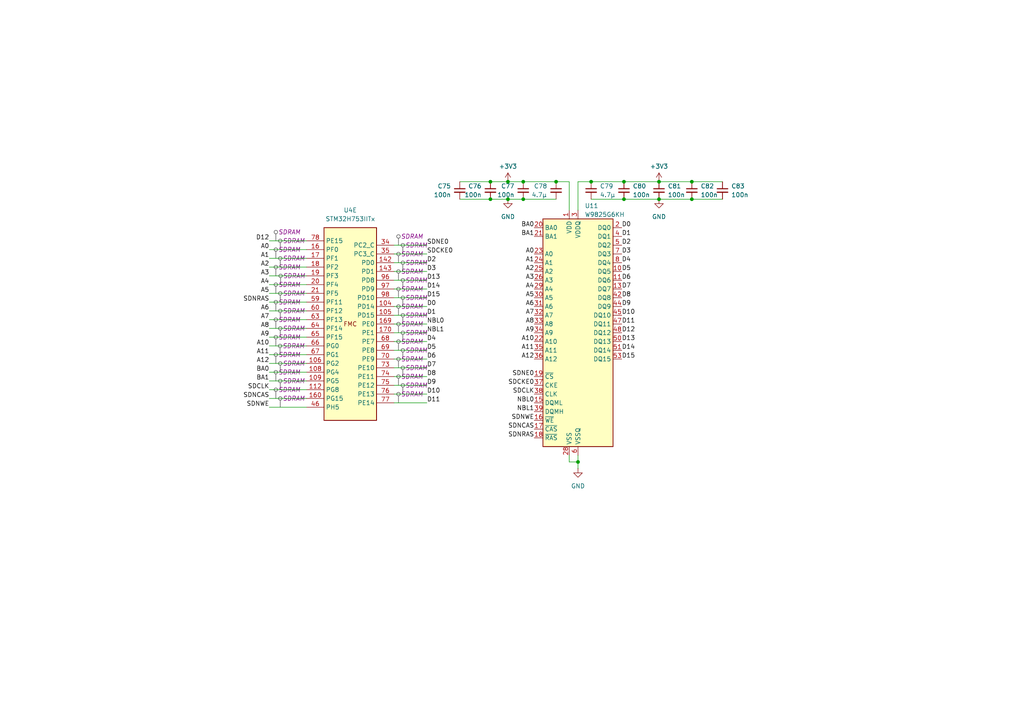
<source format=kicad_sch>
(kicad_sch
	(version 20231120)
	(generator "eeschema")
	(generator_version "8.0")
	(uuid "0913989b-2efd-446d-8300-e7223acbb6bb")
	(paper "A4")
	
	(junction
		(at 151.765 52.705)
		(diameter 0)
		(color 0 0 0 0)
		(uuid "0aa69484-f14c-4d2f-988a-b5e00e4dc40f")
	)
	(junction
		(at 147.32 57.785)
		(diameter 0)
		(color 0 0 0 0)
		(uuid "11befee0-d1a2-45b0-99a7-cc5adc83194e")
	)
	(junction
		(at 191.135 52.705)
		(diameter 0)
		(color 0 0 0 0)
		(uuid "27ce5823-6af6-4015-9a21-24aca58abe74")
	)
	(junction
		(at 142.24 52.705)
		(diameter 0)
		(color 0 0 0 0)
		(uuid "2fbc1244-9b2d-45f4-ba0a-565e5f98c75b")
	)
	(junction
		(at 200.66 52.705)
		(diameter 0)
		(color 0 0 0 0)
		(uuid "30663f78-54af-461f-b8b1-a2669210ff7a")
	)
	(junction
		(at 151.765 57.785)
		(diameter 0)
		(color 0 0 0 0)
		(uuid "33feda7a-3e87-47b0-90ec-e646e78bd1d7")
	)
	(junction
		(at 180.975 57.785)
		(diameter 0)
		(color 0 0 0 0)
		(uuid "45beedf7-5ac3-435a-9a12-82ac83e58923")
	)
	(junction
		(at 167.64 133.985)
		(diameter 0)
		(color 0 0 0 0)
		(uuid "53f3f723-1624-422f-acba-bdd0493a4f41")
	)
	(junction
		(at 180.975 52.705)
		(diameter 0)
		(color 0 0 0 0)
		(uuid "5a0faf0c-ac9c-48e8-853e-40b9e39c20d6")
	)
	(junction
		(at 142.24 57.785)
		(diameter 0)
		(color 0 0 0 0)
		(uuid "8abc452b-4745-4af1-b367-b574916fa45b")
	)
	(junction
		(at 171.45 52.705)
		(diameter 0)
		(color 0 0 0 0)
		(uuid "94e152f6-54a2-4cb6-9522-7b6fb9801810")
	)
	(junction
		(at 191.135 57.785)
		(diameter 0)
		(color 0 0 0 0)
		(uuid "9d492881-f5a7-4070-9bb2-05d9f7015db0")
	)
	(junction
		(at 147.32 52.705)
		(diameter 0)
		(color 0 0 0 0)
		(uuid "bf5e8da2-57ea-4b44-9bcd-e18758a39bc6")
	)
	(junction
		(at 200.66 57.785)
		(diameter 0)
		(color 0 0 0 0)
		(uuid "d09b2dfc-f9c8-45c8-8c8a-d981948d8c11")
	)
	(junction
		(at 161.29 52.705)
		(diameter 0)
		(color 0 0 0 0)
		(uuid "dd8f503a-20e8-4ae4-824b-6177ce44cb3e")
	)
	(wire
		(pts
			(xy 167.64 133.985) (xy 167.64 135.89)
		)
		(stroke
			(width 0)
			(type default)
		)
		(uuid "058f8f2c-a46b-4cc8-a15c-2f38b1d318be")
	)
	(wire
		(pts
			(xy 114.3 73.66) (xy 123.825 73.66)
		)
		(stroke
			(width 0)
			(type default)
		)
		(uuid "0675a0a7-55b2-465c-88e4-c2b52ca4a95f")
	)
	(wire
		(pts
			(xy 133.35 57.785) (xy 142.24 57.785)
		)
		(stroke
			(width 0)
			(type default)
		)
		(uuid "080ed248-06e3-43d6-930d-0132f7cdabba")
	)
	(wire
		(pts
			(xy 147.32 57.785) (xy 151.765 57.785)
		)
		(stroke
			(width 0)
			(type default)
		)
		(uuid "09dd5183-0929-4185-80b9-72958272d40a")
	)
	(wire
		(pts
			(xy 142.24 52.705) (xy 147.32 52.705)
		)
		(stroke
			(width 0)
			(type default)
		)
		(uuid "117b0530-3ccb-4aec-9cf8-172d858796e2")
	)
	(wire
		(pts
			(xy 165.1 52.705) (xy 165.1 60.96)
		)
		(stroke
			(width 0)
			(type default)
		)
		(uuid "155178a5-7148-42a1-95bc-8628b37deadf")
	)
	(wire
		(pts
			(xy 78.105 110.49) (xy 88.9 110.49)
		)
		(stroke
			(width 0)
			(type default)
		)
		(uuid "15f766ee-30b1-47f2-9bd2-347dbd2924fc")
	)
	(wire
		(pts
			(xy 191.135 57.785) (xy 200.66 57.785)
		)
		(stroke
			(width 0)
			(type default)
		)
		(uuid "164fadb8-13c8-40b8-bf6c-ad33a31cf37a")
	)
	(wire
		(pts
			(xy 114.3 86.36) (xy 123.825 86.36)
		)
		(stroke
			(width 0)
			(type default)
		)
		(uuid "17d55c96-be82-4b9a-95ee-05f8fd474e5b")
	)
	(wire
		(pts
			(xy 167.64 132.08) (xy 167.64 133.985)
		)
		(stroke
			(width 0)
			(type default)
		)
		(uuid "1a8c918f-93ef-4057-9cb6-0ffb43e46534")
	)
	(wire
		(pts
			(xy 78.105 87.63) (xy 88.9 87.63)
		)
		(stroke
			(width 0)
			(type default)
		)
		(uuid "1a91cd41-6e70-4e8f-ae24-aa343aa81b9b")
	)
	(wire
		(pts
			(xy 78.105 92.71) (xy 88.9 92.71)
		)
		(stroke
			(width 0)
			(type default)
		)
		(uuid "1c5c3835-53db-4f46-afe8-996f87f783a3")
	)
	(wire
		(pts
			(xy 161.29 52.705) (xy 165.1 52.705)
		)
		(stroke
			(width 0)
			(type default)
		)
		(uuid "252ff9d6-d9b2-4bfc-a0ee-c0fe5c04ead4")
	)
	(wire
		(pts
			(xy 167.64 60.96) (xy 167.64 52.705)
		)
		(stroke
			(width 0)
			(type default)
		)
		(uuid "2c06a41b-3aac-4d5b-8e5d-94bc3a45c84c")
	)
	(wire
		(pts
			(xy 114.3 106.68) (xy 123.825 106.68)
		)
		(stroke
			(width 0)
			(type default)
		)
		(uuid "2fc244d4-56fc-4471-a6ff-94df4745e812")
	)
	(wire
		(pts
			(xy 114.3 78.74) (xy 123.825 78.74)
		)
		(stroke
			(width 0)
			(type default)
		)
		(uuid "30af72c5-5e02-4ed4-8129-579909937a6a")
	)
	(wire
		(pts
			(xy 78.105 69.85) (xy 88.9 69.85)
		)
		(stroke
			(width 0)
			(type default)
		)
		(uuid "3377f3f7-e58a-4842-a859-6419e876efe9")
	)
	(wire
		(pts
			(xy 180.975 52.705) (xy 191.135 52.705)
		)
		(stroke
			(width 0)
			(type default)
		)
		(uuid "338db336-0ea9-41a9-8017-94538d92c6ef")
	)
	(wire
		(pts
			(xy 114.3 104.14) (xy 123.825 104.14)
		)
		(stroke
			(width 0)
			(type default)
		)
		(uuid "3629cbaf-f246-4602-8480-9734182d2170")
	)
	(wire
		(pts
			(xy 114.3 76.2) (xy 123.825 76.2)
		)
		(stroke
			(width 0)
			(type default)
		)
		(uuid "3738b011-c129-4bac-9838-701252f3ee6a")
	)
	(wire
		(pts
			(xy 142.24 57.785) (xy 147.32 57.785)
		)
		(stroke
			(width 0)
			(type default)
		)
		(uuid "3af0ab08-23e1-4963-9a46-5ad0569a79c6")
	)
	(wire
		(pts
			(xy 78.105 105.41) (xy 88.9 105.41)
		)
		(stroke
			(width 0)
			(type default)
		)
		(uuid "3b9164a2-ba57-4cab-a433-3ba24f8d9f98")
	)
	(wire
		(pts
			(xy 191.135 52.705) (xy 200.66 52.705)
		)
		(stroke
			(width 0)
			(type default)
		)
		(uuid "3d4ab797-391b-410c-ba12-85cc0a0ce1cc")
	)
	(wire
		(pts
			(xy 78.105 80.01) (xy 88.9 80.01)
		)
		(stroke
			(width 0)
			(type default)
		)
		(uuid "3e34e1af-0808-4aeb-9e96-815389881c8e")
	)
	(wire
		(pts
			(xy 200.66 52.705) (xy 209.55 52.705)
		)
		(stroke
			(width 0)
			(type default)
		)
		(uuid "478b0e7b-ed93-4884-813e-b5ba7b4e3fe4")
	)
	(wire
		(pts
			(xy 114.3 81.28) (xy 123.825 81.28)
		)
		(stroke
			(width 0)
			(type default)
		)
		(uuid "4bb367c3-ee7e-4ff0-9316-ad335976d792")
	)
	(wire
		(pts
			(xy 114.3 88.9) (xy 123.825 88.9)
		)
		(stroke
			(width 0)
			(type default)
		)
		(uuid "4cc12404-b601-4108-90ea-949b5c93c517")
	)
	(wire
		(pts
			(xy 133.35 52.705) (xy 142.24 52.705)
		)
		(stroke
			(width 0)
			(type default)
		)
		(uuid "5a549bcb-03da-4709-8ac1-4704b034e93d")
	)
	(wire
		(pts
			(xy 78.105 97.79) (xy 88.9 97.79)
		)
		(stroke
			(width 0)
			(type default)
		)
		(uuid "5d948629-a164-48fc-bc7e-8369979bed75")
	)
	(wire
		(pts
			(xy 114.3 83.82) (xy 123.825 83.82)
		)
		(stroke
			(width 0)
			(type default)
		)
		(uuid "6421b8f9-d0ff-4c8b-a97d-49ccb33fe523")
	)
	(wire
		(pts
			(xy 78.105 102.87) (xy 88.9 102.87)
		)
		(stroke
			(width 0)
			(type default)
		)
		(uuid "65cf59a5-f8ad-4ba2-9742-7e859c4b6a00")
	)
	(wire
		(pts
			(xy 171.45 52.705) (xy 180.975 52.705)
		)
		(stroke
			(width 0)
			(type default)
		)
		(uuid "69870482-4f80-4c80-88ab-bd840453ce69")
	)
	(wire
		(pts
			(xy 114.3 93.98) (xy 123.825 93.98)
		)
		(stroke
			(width 0)
			(type default)
		)
		(uuid "6a16892f-d692-4084-a0ec-9ea54832ce73")
	)
	(wire
		(pts
			(xy 165.1 132.08) (xy 165.1 133.985)
		)
		(stroke
			(width 0)
			(type default)
		)
		(uuid "70cb0efd-a0a5-4c93-ae47-2d36e3cc3174")
	)
	(wire
		(pts
			(xy 78.105 100.33) (xy 88.9 100.33)
		)
		(stroke
			(width 0)
			(type default)
		)
		(uuid "7102a4df-2ad8-475c-a6f0-e0c8d298bb62")
	)
	(wire
		(pts
			(xy 78.105 113.03) (xy 88.9 113.03)
		)
		(stroke
			(width 0)
			(type default)
		)
		(uuid "719d0f14-55a6-41b0-b77d-a65a70ef44ad")
	)
	(wire
		(pts
			(xy 167.64 52.705) (xy 171.45 52.705)
		)
		(stroke
			(width 0)
			(type default)
		)
		(uuid "72cdd14e-0c46-4139-8a1f-cd045dd05d8a")
	)
	(wire
		(pts
			(xy 78.105 77.47) (xy 88.9 77.47)
		)
		(stroke
			(width 0)
			(type default)
		)
		(uuid "735a2a9a-9e90-4930-a46c-c8a733a02b78")
	)
	(wire
		(pts
			(xy 165.1 133.985) (xy 167.64 133.985)
		)
		(stroke
			(width 0)
			(type default)
		)
		(uuid "736c49fa-6a8c-4466-baa0-959c59b38a6c")
	)
	(wire
		(pts
			(xy 114.3 116.84) (xy 123.825 116.84)
		)
		(stroke
			(width 0)
			(type default)
		)
		(uuid "748eb911-6534-4685-83b6-d40b388a7243")
	)
	(wire
		(pts
			(xy 78.105 90.17) (xy 88.9 90.17)
		)
		(stroke
			(width 0)
			(type default)
		)
		(uuid "7c13b3a8-1c59-409f-bddd-4b12f43aaf5e")
	)
	(wire
		(pts
			(xy 151.765 57.785) (xy 161.29 57.785)
		)
		(stroke
			(width 0)
			(type default)
		)
		(uuid "7f7ff86a-6e63-4a81-9dc5-4018f9bdd9e2")
	)
	(wire
		(pts
			(xy 114.3 101.6) (xy 123.825 101.6)
		)
		(stroke
			(width 0)
			(type default)
		)
		(uuid "84d1743c-d17f-4328-8dc5-c263e10c222d")
	)
	(wire
		(pts
			(xy 114.3 71.12) (xy 123.825 71.12)
		)
		(stroke
			(width 0)
			(type default)
		)
		(uuid "89a9067f-7786-493a-849d-db284a9ec3d1")
	)
	(wire
		(pts
			(xy 114.3 96.52) (xy 123.825 96.52)
		)
		(stroke
			(width 0)
			(type default)
		)
		(uuid "9bb6af4c-caeb-4eab-a910-e3f182165582")
	)
	(wire
		(pts
			(xy 78.105 74.93) (xy 88.9 74.93)
		)
		(stroke
			(width 0)
			(type default)
		)
		(uuid "a31097b4-5873-41c0-9e4e-d814efffd65a")
	)
	(wire
		(pts
			(xy 151.765 52.705) (xy 161.29 52.705)
		)
		(stroke
			(width 0)
			(type default)
		)
		(uuid "a7824cb8-bf75-4f13-a8b9-fa392e816904")
	)
	(wire
		(pts
			(xy 114.3 114.3) (xy 123.825 114.3)
		)
		(stroke
			(width 0)
			(type default)
		)
		(uuid "aa5f3893-1e06-433d-9cf5-b78c8ccaa624")
	)
	(wire
		(pts
			(xy 171.45 57.785) (xy 180.975 57.785)
		)
		(stroke
			(width 0)
			(type default)
		)
		(uuid "ac0d8c0a-3aeb-4891-aefd-31f25bdb4daf")
	)
	(wire
		(pts
			(xy 78.105 85.09) (xy 88.9 85.09)
		)
		(stroke
			(width 0)
			(type default)
		)
		(uuid "ac5fce5b-8c50-42c3-be42-26f32d36da99")
	)
	(wire
		(pts
			(xy 114.3 99.06) (xy 123.825 99.06)
		)
		(stroke
			(width 0)
			(type default)
		)
		(uuid "b1561d85-ab3d-46bd-812b-7493752a176f")
	)
	(wire
		(pts
			(xy 78.105 118.11) (xy 88.9 118.11)
		)
		(stroke
			(width 0)
			(type default)
		)
		(uuid "b1c39eb4-56ac-49db-a8c6-40e383918df3")
	)
	(wire
		(pts
			(xy 147.32 52.705) (xy 151.765 52.705)
		)
		(stroke
			(width 0)
			(type default)
		)
		(uuid "baab7302-9487-4bf9-a2eb-1b59e0c90902")
	)
	(wire
		(pts
			(xy 78.105 82.55) (xy 88.9 82.55)
		)
		(stroke
			(width 0)
			(type default)
		)
		(uuid "bd3ca4cc-502b-42ed-b2de-835287a5b7a3")
	)
	(wire
		(pts
			(xy 114.3 91.44) (xy 123.825 91.44)
		)
		(stroke
			(width 0)
			(type default)
		)
		(uuid "cf22a814-13a2-41f2-ba84-64f5d9cc5746")
	)
	(wire
		(pts
			(xy 78.105 95.25) (xy 88.9 95.25)
		)
		(stroke
			(width 0)
			(type default)
		)
		(uuid "d791f195-0634-4a16-9735-2f51fae5a5b7")
	)
	(wire
		(pts
			(xy 180.975 57.785) (xy 191.135 57.785)
		)
		(stroke
			(width 0)
			(type default)
		)
		(uuid "d89233d2-649d-47a3-821c-32a9b31f9df3")
	)
	(wire
		(pts
			(xy 78.105 107.95) (xy 88.9 107.95)
		)
		(stroke
			(width 0)
			(type default)
		)
		(uuid "d8ec4f49-8782-4c54-a6f4-b8cb606fca5b")
	)
	(wire
		(pts
			(xy 114.3 109.22) (xy 123.825 109.22)
		)
		(stroke
			(width 0)
			(type default)
		)
		(uuid "dfc6dd18-d906-47dc-9065-3e55e0cbc91e")
	)
	(wire
		(pts
			(xy 78.105 72.39) (xy 88.9 72.39)
		)
		(stroke
			(width 0)
			(type default)
		)
		(uuid "e0856081-ab6c-471f-8ffa-cbaa63921a51")
	)
	(wire
		(pts
			(xy 78.105 115.57) (xy 88.9 115.57)
		)
		(stroke
			(width 0)
			(type default)
		)
		(uuid "e4535f87-8ad8-4e5e-8e34-f13b3fa4e802")
	)
	(wire
		(pts
			(xy 114.3 111.76) (xy 123.825 111.76)
		)
		(stroke
			(width 0)
			(type default)
		)
		(uuid "ef2f323c-175d-40da-9f9c-1a6a4c31ae89")
	)
	(wire
		(pts
			(xy 200.66 57.785) (xy 209.55 57.785)
		)
		(stroke
			(width 0)
			(type default)
		)
		(uuid "f0012eb3-c4ad-4698-aaae-bb0803b9475f")
	)
	(label "D12"
		(at 78.105 69.85 180)
		(effects
			(font
				(size 1.27 1.27)
			)
			(justify right bottom)
		)
		(uuid "0148ff1c-802a-4b5c-87a0-2768f63d09a4")
	)
	(label "D1"
		(at 123.825 91.44 0)
		(effects
			(font
				(size 1.27 1.27)
			)
			(justify left bottom)
		)
		(uuid "06cb09c2-6508-4990-a806-0958b97fc858")
	)
	(label "A5"
		(at 78.105 85.09 180)
		(effects
			(font
				(size 1.27 1.27)
			)
			(justify right bottom)
		)
		(uuid "0941aa11-9296-42fc-8947-f29908db3124")
	)
	(label "A6"
		(at 78.105 90.17 180)
		(effects
			(font
				(size 1.27 1.27)
			)
			(justify right bottom)
		)
		(uuid "15f17cf4-7fbb-4d7c-9fa6-03037f7baa41")
	)
	(label "SDCKE0"
		(at 154.94 111.76 180)
		(effects
			(font
				(size 1.27 1.27)
			)
			(justify right bottom)
		)
		(uuid "1638c7d9-500f-4a1e-a00d-6a4951314378")
	)
	(label "D7"
		(at 180.34 83.82 0)
		(effects
			(font
				(size 1.27 1.27)
			)
			(justify left bottom)
		)
		(uuid "1a0e440a-1769-43ea-876a-ae9d74ee52f3")
	)
	(label "D9"
		(at 123.825 111.76 0)
		(effects
			(font
				(size 1.27 1.27)
			)
			(justify left bottom)
		)
		(uuid "21908c11-ad25-43b4-9392-e1c078a4705b")
	)
	(label "SDCLK"
		(at 78.105 113.03 180)
		(effects
			(font
				(size 1.27 1.27)
			)
			(justify right bottom)
		)
		(uuid "25cb6843-c5df-46da-86e8-968cba44fe2b")
	)
	(label "SDNCAS"
		(at 78.105 115.57 180)
		(effects
			(font
				(size 1.27 1.27)
			)
			(justify right bottom)
		)
		(uuid "2b71e796-0e65-4d3b-9204-19ff36a6f108")
	)
	(label "A2"
		(at 78.105 77.47 180)
		(effects
			(font
				(size 1.27 1.27)
			)
			(justify right bottom)
		)
		(uuid "2d32f54a-c8a4-4bfd-b32d-de4bbeabe75d")
	)
	(label "A3"
		(at 78.105 80.01 180)
		(effects
			(font
				(size 1.27 1.27)
			)
			(justify right bottom)
		)
		(uuid "3492a51d-2fec-4e46-93f1-bb5c390ce868")
	)
	(label "A0"
		(at 78.105 72.39 180)
		(effects
			(font
				(size 1.27 1.27)
			)
			(justify right bottom)
		)
		(uuid "36e4077e-9f4c-4407-b356-ab0c9f9f81ae")
	)
	(label "A11"
		(at 78.105 102.87 180)
		(effects
			(font
				(size 1.27 1.27)
			)
			(justify right bottom)
		)
		(uuid "38143824-fc0e-4486-bf53-aef063a6fe3e")
	)
	(label "D3"
		(at 123.825 78.74 0)
		(effects
			(font
				(size 1.27 1.27)
			)
			(justify left bottom)
		)
		(uuid "393e4245-b609-447d-b906-7f4d563915a0")
	)
	(label "NBL1"
		(at 123.825 96.52 0)
		(effects
			(font
				(size 1.27 1.27)
			)
			(justify left bottom)
		)
		(uuid "3a9fd6e6-e8e1-4cc9-8770-bb925eca4279")
	)
	(label "SDNE0"
		(at 123.825 71.12 0)
		(effects
			(font
				(size 1.27 1.27)
			)
			(justify left bottom)
		)
		(uuid "40eb25ea-6771-49dc-9498-f3ae1b9ca5ff")
	)
	(label "D6"
		(at 123.825 104.14 0)
		(effects
			(font
				(size 1.27 1.27)
			)
			(justify left bottom)
		)
		(uuid "41cecaa5-128e-4bce-ae82-e77692b24869")
	)
	(label "D8"
		(at 180.34 86.36 0)
		(effects
			(font
				(size 1.27 1.27)
			)
			(justify left bottom)
		)
		(uuid "4457e67b-5b98-4aa7-985a-6d40a322a70d")
	)
	(label "NBL1"
		(at 154.94 119.38 180)
		(effects
			(font
				(size 1.27 1.27)
			)
			(justify right bottom)
		)
		(uuid "45ac0c0a-4c6e-461d-8e74-df7b2e9e1cb7")
	)
	(label "A5"
		(at 154.94 86.36 180)
		(effects
			(font
				(size 1.27 1.27)
			)
			(justify right bottom)
		)
		(uuid "45c71e89-7619-4845-8168-c2f3fac00389")
	)
	(label "SDCKE0"
		(at 123.825 73.66 0)
		(effects
			(font
				(size 1.27 1.27)
			)
			(justify left bottom)
		)
		(uuid "4abb3ef1-a022-4fe2-8c00-960edf75cbea")
	)
	(label "D15"
		(at 123.825 86.36 0)
		(effects
			(font
				(size 1.27 1.27)
			)
			(justify left bottom)
		)
		(uuid "4b0902ac-0e43-497a-9ee7-6a4cd1bca6da")
	)
	(label "A10"
		(at 154.94 99.06 180)
		(effects
			(font
				(size 1.27 1.27)
			)
			(justify right bottom)
		)
		(uuid "4c29ca21-8cfc-4f91-b339-80229decd2af")
	)
	(label "SDNCAS"
		(at 154.94 124.46 180)
		(effects
			(font
				(size 1.27 1.27)
			)
			(justify right bottom)
		)
		(uuid "4dfc98cd-8e56-4725-ab1a-b5f5ffd03048")
	)
	(label "SDNWE"
		(at 78.105 118.11 180)
		(effects
			(font
				(size 1.27 1.27)
			)
			(justify right bottom)
		)
		(uuid "4eda3f7f-5409-4a2a-9ba6-00d5c532b3b8")
	)
	(label "D12"
		(at 180.34 96.52 0)
		(effects
			(font
				(size 1.27 1.27)
			)
			(justify left bottom)
		)
		(uuid "4ee20a3c-d4e6-4f6a-bd2e-505232c319a9")
	)
	(label "A8"
		(at 78.105 95.25 180)
		(effects
			(font
				(size 1.27 1.27)
			)
			(justify right bottom)
		)
		(uuid "513ac848-c506-4937-9c58-9ce752ab7cba")
	)
	(label "A12"
		(at 78.105 105.41 180)
		(effects
			(font
				(size 1.27 1.27)
			)
			(justify right bottom)
		)
		(uuid "56926d10-ce90-41f7-b3f8-b1c8953f8773")
	)
	(label "D5"
		(at 123.825 101.6 0)
		(effects
			(font
				(size 1.27 1.27)
			)
			(justify left bottom)
		)
		(uuid "59049c41-a3fa-4111-b29e-77125bddbf2c")
	)
	(label "A10"
		(at 78.105 100.33 180)
		(effects
			(font
				(size 1.27 1.27)
			)
			(justify right bottom)
		)
		(uuid "59aa6d58-8a73-4be6-ac42-c56869f8bfe5")
	)
	(label "A12"
		(at 154.94 104.14 180)
		(effects
			(font
				(size 1.27 1.27)
			)
			(justify right bottom)
		)
		(uuid "59eadc59-5da9-492d-b4cb-74a124f5bd39")
	)
	(label "BA0"
		(at 154.94 66.04 180)
		(effects
			(font
				(size 1.27 1.27)
			)
			(justify right bottom)
		)
		(uuid "5a1c4677-e92e-496f-938d-5b0499925bb3")
	)
	(label "A7"
		(at 154.94 91.44 180)
		(effects
			(font
				(size 1.27 1.27)
			)
			(justify right bottom)
		)
		(uuid "5ae47d2a-3b28-406e-8fcd-452e509cd35f")
	)
	(label "D2"
		(at 180.34 71.12 0)
		(effects
			(font
				(size 1.27 1.27)
			)
			(justify left bottom)
		)
		(uuid "5cb57f0f-6268-403e-a348-c473c2478daf")
	)
	(label "NBL0"
		(at 154.94 116.84 180)
		(effects
			(font
				(size 1.27 1.27)
			)
			(justify right bottom)
		)
		(uuid "6009ff1d-3f06-4de7-b006-789847dfeded")
	)
	(label "D4"
		(at 180.34 76.2 0)
		(effects
			(font
				(size 1.27 1.27)
			)
			(justify left bottom)
		)
		(uuid "6317de6c-01b3-4050-81c9-b8070aa25c2b")
	)
	(label "D14"
		(at 123.825 83.82 0)
		(effects
			(font
				(size 1.27 1.27)
			)
			(justify left bottom)
		)
		(uuid "6573dae9-d4cf-4279-8abf-3d100fbd8fb2")
	)
	(label "A6"
		(at 154.94 88.9 180)
		(effects
			(font
				(size 1.27 1.27)
			)
			(justify right bottom)
		)
		(uuid "6826ccf0-21c6-4d35-992d-ce08198a5334")
	)
	(label "D6"
		(at 180.34 81.28 0)
		(effects
			(font
				(size 1.27 1.27)
			)
			(justify left bottom)
		)
		(uuid "6aa5b2c4-13aa-4ffd-b89c-5b22a0f5d27c")
	)
	(label "BA0"
		(at 78.105 107.95 180)
		(effects
			(font
				(size 1.27 1.27)
			)
			(justify right bottom)
		)
		(uuid "6b9f2fe1-f355-4237-bb7e-7598aadc0560")
	)
	(label "A9"
		(at 78.105 97.79 180)
		(effects
			(font
				(size 1.27 1.27)
			)
			(justify right bottom)
		)
		(uuid "6dfc2139-ee9c-4ead-8018-b2ba0b84f9dc")
	)
	(label "D9"
		(at 180.34 88.9 0)
		(effects
			(font
				(size 1.27 1.27)
			)
			(justify left bottom)
		)
		(uuid "6f00e29a-e82c-4540-a4fe-04abaeee488f")
	)
	(label "A11"
		(at 154.94 101.6 180)
		(effects
			(font
				(size 1.27 1.27)
			)
			(justify right bottom)
		)
		(uuid "70153028-d456-4278-8e63-1e02e11aeadb")
	)
	(label "D0"
		(at 123.825 88.9 0)
		(effects
			(font
				(size 1.27 1.27)
			)
			(justify left bottom)
		)
		(uuid "72919f97-fb5d-466c-a04b-10d6e10d69c6")
	)
	(label "D15"
		(at 180.34 104.14 0)
		(effects
			(font
				(size 1.27 1.27)
			)
			(justify left bottom)
		)
		(uuid "74c938b9-4a89-404d-b445-53ee8920cac6")
	)
	(label "D0"
		(at 180.34 66.04 0)
		(effects
			(font
				(size 1.27 1.27)
			)
			(justify left bottom)
		)
		(uuid "76dde709-3a15-4237-8542-7209bc12ecd6")
	)
	(label "D2"
		(at 123.825 76.2 0)
		(effects
			(font
				(size 1.27 1.27)
			)
			(justify left bottom)
		)
		(uuid "78de6bf3-0fd9-4dca-aa4c-1c7fabad124d")
	)
	(label "SDCLK"
		(at 154.94 114.3 180)
		(effects
			(font
				(size 1.27 1.27)
			)
			(justify right bottom)
		)
		(uuid "82000398-a4c2-45ad-ac53-caaef3c3e3e2")
	)
	(label "A3"
		(at 154.94 81.28 180)
		(effects
			(font
				(size 1.27 1.27)
			)
			(justify right bottom)
		)
		(uuid "88d0b4b1-6fc4-4291-b24e-507556bad874")
	)
	(label "D11"
		(at 123.825 116.84 0)
		(effects
			(font
				(size 1.27 1.27)
			)
			(justify left bottom)
		)
		(uuid "8a55056b-ea04-4d1f-a4ab-bbe27720b48f")
	)
	(label "D14"
		(at 180.34 101.6 0)
		(effects
			(font
				(size 1.27 1.27)
			)
			(justify left bottom)
		)
		(uuid "8b46704e-5f67-49e0-9c95-3d78cf3e4d5b")
	)
	(label "D13"
		(at 123.825 81.28 0)
		(effects
			(font
				(size 1.27 1.27)
			)
			(justify left bottom)
		)
		(uuid "8c014b5b-cc1d-46a9-9ab5-3f55257ed521")
	)
	(label "A4"
		(at 78.105 82.55 180)
		(effects
			(font
				(size 1.27 1.27)
			)
			(justify right bottom)
		)
		(uuid "8d7ca9ec-e657-42bb-aedd-c88a8fcb1e0d")
	)
	(label "D5"
		(at 180.34 78.74 0)
		(effects
			(font
				(size 1.27 1.27)
			)
			(justify left bottom)
		)
		(uuid "8d7d1b96-7414-4fc0-8313-14d7648d68e8")
	)
	(label "SDNRAS"
		(at 78.105 87.63 180)
		(effects
			(font
				(size 1.27 1.27)
			)
			(justify right bottom)
		)
		(uuid "8dac3b17-c085-4dc4-879e-1d935c637f96")
	)
	(label "A2"
		(at 154.94 78.74 180)
		(effects
			(font
				(size 1.27 1.27)
			)
			(justify right bottom)
		)
		(uuid "998567a5-8f1c-4683-ade1-b250df05f6ad")
	)
	(label "D7"
		(at 123.825 106.68 0)
		(effects
			(font
				(size 1.27 1.27)
			)
			(justify left bottom)
		)
		(uuid "a1c4a694-bdcd-4d3c-9318-e9ee53e960d9")
	)
	(label "D11"
		(at 180.34 93.98 0)
		(effects
			(font
				(size 1.27 1.27)
			)
			(justify left bottom)
		)
		(uuid "a2deb507-7bf3-432e-8e2d-5f74bb6ef920")
	)
	(label "D13"
		(at 180.34 99.06 0)
		(effects
			(font
				(size 1.27 1.27)
			)
			(justify left bottom)
		)
		(uuid "a668203f-c64d-4a1c-b18e-81c9809f7f8c")
	)
	(label "D3"
		(at 180.34 73.66 0)
		(effects
			(font
				(size 1.27 1.27)
			)
			(justify left bottom)
		)
		(uuid "ab2bee55-6239-47aa-ab4b-ea42ccb99270")
	)
	(label "A1"
		(at 78.105 74.93 180)
		(effects
			(font
				(size 1.27 1.27)
			)
			(justify right bottom)
		)
		(uuid "aff7619a-0e73-4feb-a896-5b5914297aaf")
	)
	(label "D10"
		(at 123.825 114.3 0)
		(effects
			(font
				(size 1.27 1.27)
			)
			(justify left bottom)
		)
		(uuid "b45b765a-41e6-41d5-b967-4411db39a889")
	)
	(label "BA1"
		(at 154.94 68.58 180)
		(effects
			(font
				(size 1.27 1.27)
			)
			(justify right bottom)
		)
		(uuid "b75904f6-234c-4a4f-880f-eab35a2f4eb2")
	)
	(label "D8"
		(at 123.825 109.22 0)
		(effects
			(font
				(size 1.27 1.27)
			)
			(justify left bottom)
		)
		(uuid "ba4848a3-5b64-4f27-a85f-d800cf574e22")
	)
	(label "A0"
		(at 154.94 73.66 180)
		(effects
			(font
				(size 1.27 1.27)
			)
			(justify right bottom)
		)
		(uuid "c08a8765-9ef4-45ee-b56a-1b014d9864ec")
	)
	(label "A7"
		(at 78.105 92.71 180)
		(effects
			(font
				(size 1.27 1.27)
			)
			(justify right bottom)
		)
		(uuid "c1ed32a1-65a9-47fc-85b4-59452bb2ab0e")
	)
	(label "A9"
		(at 154.94 96.52 180)
		(effects
			(font
				(size 1.27 1.27)
			)
			(justify right bottom)
		)
		(uuid "c5d75c82-5a43-48f6-a443-81f9e534a004")
	)
	(label "A8"
		(at 154.94 93.98 180)
		(effects
			(font
				(size 1.27 1.27)
			)
			(justify right bottom)
		)
		(uuid "cd4c8f2b-3477-4834-aa89-43b1801ff30e")
	)
	(label "D1"
		(at 180.34 68.58 0)
		(effects
			(font
				(size 1.27 1.27)
			)
			(justify left bottom)
		)
		(uuid "ce380d0d-d666-470d-ae69-a6dfa300be2a")
	)
	(label "SDNWE"
		(at 154.94 121.92 180)
		(effects
			(font
				(size 1.27 1.27)
			)
			(justify right bottom)
		)
		(uuid "d1b1a6db-78b5-4c15-88a5-e400a8c2725b")
	)
	(label "D4"
		(at 123.825 99.06 0)
		(effects
			(font
				(size 1.27 1.27)
			)
			(justify left bottom)
		)
		(uuid "d781b2f0-7cb6-4c5e-8169-8e8139773722")
	)
	(label "A1"
		(at 154.94 76.2 180)
		(effects
			(font
				(size 1.27 1.27)
			)
			(justify right bottom)
		)
		(uuid "e33db6a4-57e4-474f-9d2d-4cf59e01794b")
	)
	(label "SDNE0"
		(at 154.94 109.22 180)
		(effects
			(font
				(size 1.27 1.27)
			)
			(justify right bottom)
		)
		(uuid "e8ddd02c-521f-4db1-ac16-a6b566f0f2de")
	)
	(label "SDNRAS"
		(at 154.94 127 180)
		(effects
			(font
				(size 1.27 1.27)
			)
			(justify right bottom)
		)
		(uuid "ef0fc81c-1a52-43ab-b931-f4d275bbd13f")
	)
	(label "D10"
		(at 180.34 91.44 0)
		(effects
			(font
				(size 1.27 1.27)
			)
			(justify left bottom)
		)
		(uuid "f43d4dd0-e2a4-433b-b4de-937e7189b3d5")
	)
	(label "NBL0"
		(at 123.825 93.98 0)
		(effects
			(font
				(size 1.27 1.27)
			)
			(justify left bottom)
		)
		(uuid "fa0ad51c-b4e4-4bc5-825f-38de14ca8e6d")
	)
	(label "BA1"
		(at 78.105 110.49 180)
		(effects
			(font
				(size 1.27 1.27)
			)
			(justify right bottom)
		)
		(uuid "fa96986b-9eac-4c54-bee5-5f71896fbb61")
	)
	(label "A4"
		(at 154.94 83.82 180)
		(effects
			(font
				(size 1.27 1.27)
			)
			(justify right bottom)
		)
		(uuid "fc5695f4-b76f-459e-a4ba-c35a07dc77d2")
	)
	(netclass_flag ""
		(length 2.54)
		(shape round)
		(at 80.01 74.93 0)
		(fields_autoplaced yes)
		(effects
			(font
				(size 1.27 1.27)
			)
			(justify left bottom)
		)
		(uuid "034c554b-a48f-4353-8d3d-b19d60a9ad57")
		(property "Netclass" "SDRAM"
			(at 80.7085 72.39 0)
			(effects
				(font
					(size 1.27 1.27)
					(italic yes)
				)
				(justify left)
			)
		)
	)
	(netclass_flag ""
		(length 2.54)
		(shape round)
		(at 80.01 85.09 0)
		(fields_autoplaced yes)
		(effects
			(font
				(size 1.27 1.27)
			)
			(justify left bottom)
		)
		(uuid "0b86b4b1-0c41-48b9-91e6-b20ffeb6bfda")
		(property "Netclass" "SDRAM"
			(at 80.7085 82.55 0)
			(effects
				(font
					(size 1.27 1.27)
					(italic yes)
				)
				(justify left)
			)
		)
	)
	(netclass_flag ""
		(length 2.54)
		(shape round)
		(at 80.01 105.41 0)
		(fields_autoplaced yes)
		(effects
			(font
				(size 1.27 1.27)
			)
			(justify left bottom)
		)
		(uuid "10853d2a-4e1f-487f-b19b-0137ecb3f41c")
		(property "Netclass" "SDRAM"
			(at 80.7085 102.87 0)
			(effects
				(font
					(size 1.27 1.27)
					(italic yes)
				)
				(justify left)
			)
		)
	)
	(netclass_flag ""
		(length 2.54)
		(shape round)
		(at 81.28 72.39 0)
		(fields_autoplaced yes)
		(effects
			(font
				(size 1.27 1.27)
			)
			(justify left bottom)
		)
		(uuid "12f4b366-f0e1-40bb-b26a-34c96637bc77")
		(property "Netclass" "SDRAM"
			(at 81.9785 69.85 0)
			(effects
				(font
					(size 1.27 1.27)
					(italic yes)
				)
				(justify left)
			)
		)
	)
	(netclass_flag ""
		(length 2.54)
		(shape round)
		(at 81.2254 102.87 0)
		(fields_autoplaced yes)
		(effects
			(font
				(size 1.27 1.27)
			)
			(justify left bottom)
		)
		(uuid "1e30520e-e826-487b-b145-6b3104fcfead")
		(property "Netclass" "SDRAM"
			(at 81.9239 100.33 0)
			(effects
				(font
					(size 1.27 1.27)
					(italic yes)
				)
				(justify left)
			)
		)
	)
	(netclass_flag ""
		(length 2.54)
		(shape round)
		(at 115.57 106.68 0)
		(fields_autoplaced yes)
		(effects
			(font
				(size 1.27 1.27)
			)
			(justify left bottom)
		)
		(uuid "1ff7d4c3-58ae-4952-945d-024dff9e0340")
		(property "Netclass" "SDRAM"
			(at 116.2685 104.14 0)
			(effects
				(font
					(size 1.27 1.27)
					(italic yes)
				)
				(justify left)
			)
		)
	)
	(netclass_flag ""
		(length 2.54)
		(shape round)
		(at 81.28 77.47 0)
		(fields_autoplaced yes)
		(effects
			(font
				(size 1.27 1.27)
			)
			(justify left bottom)
		)
		(uuid "236a4052-0f75-47cf-a30b-861816f90fa2")
		(property "Netclass" "SDRAM"
			(at 81.9785 74.93 0)
			(effects
				(font
					(size 1.27 1.27)
					(italic yes)
				)
				(justify left)
			)
		)
	)
	(netclass_flag ""
		(length 2.54)
		(shape round)
		(at 115.57 96.52 0)
		(fields_autoplaced yes)
		(effects
			(font
				(size 1.27 1.27)
			)
			(justify left bottom)
		)
		(uuid "2a5cb88a-e37f-42d8-ad01-5ffb4c973a75")
		(property "Netclass" "SDRAM"
			(at 116.2685 93.98 0)
			(effects
				(font
					(size 1.27 1.27)
					(italic yes)
				)
				(justify left)
			)
		)
	)
	(netclass_flag ""
		(length 2.54)
		(shape round)
		(at 116.84 73.66 0)
		(fields_autoplaced yes)
		(effects
			(font
				(size 1.27 1.27)
			)
			(justify left bottom)
		)
		(uuid "37bc677b-f413-4481-aca4-44ad6f28a418")
		(property "Netclass" "SDRAM"
			(at 117.5385 71.12 0)
			(effects
				(font
					(size 1.27 1.27)
					(italic yes)
				)
				(justify left)
			)
		)
	)
	(netclass_flag ""
		(length 2.54)
		(shape round)
		(at 81.28 113.03 0)
		(fields_autoplaced yes)
		(effects
			(font
				(size 1.27 1.27)
			)
			(justify left bottom)
		)
		(uuid "38438e82-5916-4369-9819-88cd8734d697")
		(property "Netclass" "SDRAM"
			(at 81.9785 110.49 0)
			(effects
				(font
					(size 1.27 1.27)
					(italic yes)
				)
				(justify left)
			)
		)
	)
	(netclass_flag ""
		(length 2.54)
		(shape round)
		(at 80.01 100.33 0)
		(fields_autoplaced yes)
		(effects
			(font
				(size 1.27 1.27)
			)
			(justify left bottom)
		)
		(uuid "4497be58-93f3-4c59-b0b9-ee5f45773846")
		(property "Netclass" "SDRAM"
			(at 80.7085 97.79 0)
			(effects
				(font
					(size 1.27 1.27)
					(italic yes)
				)
				(justify left)
			)
		)
	)
	(netclass_flag ""
		(length 2.54)
		(shape round)
		(at 115.57 111.76 0)
		(fields_autoplaced yes)
		(effects
			(font
				(size 1.27 1.27)
			)
			(justify left bottom)
		)
		(uuid "4fa4bab6-b5b7-432b-979e-55ed1d5fc9f3")
		(property "Netclass" "SDRAM"
			(at 116.2685 109.22 0)
			(effects
				(font
					(size 1.27 1.27)
					(italic yes)
				)
				(justify left)
			)
		)
	)
	(netclass_flag ""
		(length 2.54)
		(shape round)
		(at 115.57 71.12 0)
		(fields_autoplaced yes)
		(effects
			(font
				(size 1.27 1.27)
			)
			(justify left bottom)
		)
		(uuid "5323971b-dca1-44a8-b8f8-3a0cd7753891")
		(property "Netclass" "SDRAM"
			(at 116.2685 68.58 0)
			(effects
				(font
					(size 1.27 1.27)
					(italic yes)
				)
				(justify left)
			)
		)
	)
	(netclass_flag ""
		(length 2.54)
		(shape round)
		(at 116.84 109.22 0)
		(fields_autoplaced yes)
		(effects
			(font
				(size 1.27 1.27)
			)
			(justify left bottom)
		)
		(uuid "550dc270-b41d-4eb0-92d1-5f1adc95c354")
		(property "Netclass" "SDRAM"
			(at 117.5385 106.68 0)
			(effects
				(font
					(size 1.27 1.27)
					(italic yes)
				)
				(justify left)
			)
		)
	)
	(netclass_flag ""
		(length 2.54)
		(shape round)
		(at 116.84 88.9 0)
		(fields_autoplaced yes)
		(effects
			(font
				(size 1.27 1.27)
			)
			(justify left bottom)
		)
		(uuid "5c5cadce-0761-4b49-94df-66c347c56eff")
		(property "Netclass" "SDRAM"
			(at 117.5385 86.36 0)
			(effects
				(font
					(size 1.27 1.27)
					(italic yes)
				)
				(justify left)
			)
		)
	)
	(netclass_flag ""
		(length 2.54)
		(shape round)
		(at 115.57 91.44 0)
		(fields_autoplaced yes)
		(effects
			(font
				(size 1.27 1.27)
			)
			(justify left bottom)
		)
		(uuid "5ce63a76-a05d-4657-8976-1273e8f766dd")
		(property "Netclass" "SDRAM"
			(at 116.2685 88.9 0)
			(effects
				(font
					(size 1.27 1.27)
					(italic yes)
				)
				(justify left)
			)
		)
	)
	(netclass_flag ""
		(length 2.54)
		(shape round)
		(at 81.28 87.63 0)
		(fields_autoplaced yes)
		(effects
			(font
				(size 1.27 1.27)
			)
			(justify left bottom)
		)
		(uuid "66483bd0-8c4a-4cfe-82ad-10e2c53214a1")
		(property "Netclass" "SDRAM"
			(at 81.9785 85.09 0)
			(effects
				(font
					(size 1.27 1.27)
					(italic yes)
				)
				(justify left)
			)
		)
	)
	(netclass_flag ""
		(length 2.54)
		(shape round)
		(at 116.84 93.98 0)
		(fields_autoplaced yes)
		(effects
			(font
				(size 1.27 1.27)
			)
			(justify left bottom)
		)
		(uuid "6aa5458d-7db9-48c6-9834-3bd62578f1d6")
		(property "Netclass" "SDRAM"
			(at 117.5385 91.44 0)
			(effects
				(font
					(size 1.27 1.27)
					(italic yes)
				)
				(justify left)
			)
		)
	)
	(netclass_flag ""
		(length 2.54)
		(shape round)
		(at 116.84 114.3 0)
		(fields_autoplaced yes)
		(effects
			(font
				(size 1.27 1.27)
			)
			(justify left bottom)
		)
		(uuid "797d3a47-8dda-4ff3-8d6c-199e052eb191")
		(property "Netclass" "SDRAM"
			(at 117.5385 111.76 0)
			(effects
				(font
					(size 1.27 1.27)
					(italic yes)
				)
				(justify left)
			)
		)
	)
	(netclass_flag ""
		(length 2.54)
		(shape round)
		(at 115.57 81.28 0)
		(fields_autoplaced yes)
		(effects
			(font
				(size 1.27 1.27)
			)
			(justify left bottom)
		)
		(uuid "8536c341-7cf2-44f8-95a8-a4fa26d5e928")
		(property "Netclass" "SDRAM"
			(at 116.2685 78.74 0)
			(effects
				(font
					(size 1.27 1.27)
					(italic yes)
				)
				(justify left)
			)
		)
	)
	(netclass_flag ""
		(length 2.54)
		(shape round)
		(at 80.01 115.57 0)
		(fields_autoplaced yes)
		(effects
			(font
				(size 1.27 1.27)
			)
			(justify left bottom)
		)
		(uuid "9b960155-7f3b-4294-b2f8-d396fa80a6c6")
		(property "Netclass" "SDRAM"
			(at 80.7085 113.03 0)
			(effects
				(font
					(size 1.27 1.27)
					(italic yes)
				)
				(justify left)
			)
		)
	)
	(netclass_flag ""
		(length 2.54)
		(shape round)
		(at 116.84 83.82 0)
		(fields_autoplaced yes)
		(effects
			(font
				(size 1.27 1.27)
			)
			(justify left bottom)
		)
		(uuid "9ea858f4-154a-4950-a1ad-11a7baecd815")
		(property "Netclass" "SDRAM"
			(at 117.5385 81.28 0)
			(effects
				(font
					(size 1.27 1.27)
					(italic yes)
				)
				(justify left)
			)
		)
	)
	(netclass_flag ""
		(length 2.54)
		(shape round)
		(at 80.01 110.49 0)
		(fields_autoplaced yes)
		(effects
			(font
				(size 1.27 1.27)
			)
			(justify left bottom)
		)
		(uuid "a25bcab9-dfe0-4d90-98c7-7d2b7fdf36a7")
		(property "Netclass" "SDRAM"
			(at 80.7085 107.95 0)
			(effects
				(font
					(size 1.27 1.27)
					(italic yes)
				)
				(justify left)
			)
		)
	)
	(netclass_flag ""
		(length 2.54)
		(shape round)
		(at 80.01 95.25 0)
		(fields_autoplaced yes)
		(effects
			(font
				(size 1.27 1.27)
			)
			(justify left bottom)
		)
		(uuid "ac5d33f8-d0cb-47ee-bc0f-1fd419830c2c")
		(property "Netclass" "SDRAM"
			(at 80.7085 92.71 0)
			(effects
				(font
					(size 1.27 1.27)
					(italic yes)
				)
				(justify left)
			)
		)
	)
	(netclass_flag ""
		(length 2.54)
		(shape round)
		(at 80.01 90.17 0)
		(fields_autoplaced yes)
		(effects
			(font
				(size 1.27 1.27)
			)
			(justify left bottom)
		)
		(uuid "b02aedb8-3681-4405-b10f-195b2af3b17b")
		(property "Netclass" "SDRAM"
			(at 80.7085 87.63 0)
			(effects
				(font
					(size 1.27 1.27)
					(italic yes)
				)
				(justify left)
			)
		)
	)
	(netclass_flag ""
		(length 2.54)
		(shape round)
		(at 81.3812 82.55 0)
		(fields_autoplaced yes)
		(effects
			(font
				(size 1.27 1.27)
			)
			(justify left bottom)
		)
		(uuid "b3446e38-2e30-4839-a35b-d50cc1afddc8")
		(property "Netclass" "SDRAM"
			(at 82.0797 80.01 0)
			(effects
				(font
					(size 1.27 1.27)
					(italic yes)
				)
				(justify left)
			)
		)
	)
	(netclass_flag ""
		(length 2.54)
		(shape round)
		(at 81.28 118.11 0)
		(fields_autoplaced yes)
		(effects
			(font
				(size 1.27 1.27)
			)
			(justify left bottom)
		)
		(uuid "b7b789ac-006a-4295-bca0-c5471687deb9")
		(property "Netclass" "SDRAM"
			(at 81.9785 115.57 0)
			(effects
				(font
					(size 1.27 1.27)
					(italic yes)
				)
				(justify left)
			)
		)
	)
	(netclass_flag ""
		(length 2.54)
		(shape round)
		(at 115.57 86.36 0)
		(fields_autoplaced yes)
		(effects
			(font
				(size 1.27 1.27)
			)
			(justify left bottom)
		)
		(uuid "b902fba2-cec2-441e-bf59-1b6792fa5933")
		(property "Netclass" "SDRAM"
			(at 116.2685 83.82 0)
			(effects
				(font
					(size 1.27 1.27)
					(italic yes)
				)
				(justify left)
			)
		)
	)
	(netclass_flag ""
		(length 2.54)
		(shape round)
		(at 81.28 97.79 0)
		(fields_autoplaced yes)
		(effects
			(font
				(size 1.27 1.27)
			)
			(justify left bottom)
		)
		(uuid "c0e61053-c13f-47b9-bcdb-e4e38f68352c")
		(property "Netclass" "SDRAM"
			(at 81.9785 95.25 0)
			(effects
				(font
					(size 1.27 1.27)
					(italic yes)
				)
				(justify left)
			)
		)
	)
	(netclass_flag ""
		(length 2.54)
		(shape round)
		(at 116.84 104.14 0)
		(fields_autoplaced yes)
		(effects
			(font
				(size 1.27 1.27)
			)
			(justify left bottom)
		)
		(uuid "c5b5b491-01e1-4bdf-8ac8-9d627f00b0c1")
		(property "Netclass" "SDRAM"
			(at 117.5385 101.6 0)
			(effects
				(font
					(size 1.27 1.27)
					(italic yes)
				)
				(justify left)
			)
		)
	)
	(netclass_flag ""
		(length 2.54)
		(shape round)
		(at 116.84 78.74 0)
		(fields_autoplaced yes)
		(effects
			(font
				(size 1.27 1.27)
			)
			(justify left bottom)
		)
		(uuid "e2114737-3a66-426f-b8c0-3bed4acb76c0")
		(property "Netclass" "SDRAM"
			(at 117.5385 76.2 0)
			(effects
				(font
					(size 1.27 1.27)
					(italic yes)
				)
				(justify left)
			)
		)
	)
	(netclass_flag ""
		(length 2.54)
		(shape round)
		(at 115.57 76.2 0)
		(fields_autoplaced yes)
		(effects
			(font
				(size 1.27 1.27)
			)
			(justify left bottom)
		)
		(uuid "e2e7affe-6d91-4979-99ae-b9f824f3ab0d")
		(property "Netclass" "SDRAM"
			(at 116.2685 73.66 0)
			(effects
				(font
					(size 1.27 1.27)
					(italic yes)
				)
				(justify left)
			)
		)
	)
	(netclass_flag ""
		(length 2.54)
		(shape round)
		(at 115.57 101.6 0)
		(fields_autoplaced yes)
		(effects
			(font
				(size 1.27 1.27)
			)
			(justify left bottom)
		)
		(uuid "e86ec394-cf6c-45be-bb5f-6ae1cf218094")
		(property "Netclass" "SDRAM"
			(at 116.2685 99.06 0)
			(effects
				(font
					(size 1.27 1.27)
					(italic yes)
				)
				(justify left)
			)
		)
	)
	(netclass_flag ""
		(length 2.54)
		(shape round)
		(at 81.28 92.71 0)
		(fields_autoplaced yes)
		(effects
			(font
				(size 1.27 1.27)
			)
			(justify left bottom)
		)
		(uuid "e9760f64-affe-4672-ade8-8976e1baf551")
		(property "Netclass" "SDRAM"
			(at 81.9785 90.17 0)
			(effects
				(font
					(size 1.27 1.27)
					(italic yes)
				)
				(justify left)
			)
		)
	)
	(netclass_flag ""
		(length 2.54)
		(shape round)
		(at 80.01 80.01 0)
		(fields_autoplaced yes)
		(effects
			(font
				(size 1.27 1.27)
			)
			(justify left bottom)
		)
		(uuid "e98faa17-0899-4785-b525-1ae3fa720a51")
		(property "Netclass" "SDRAM"
			(at 80.7085 77.47 0)
			(effects
				(font
					(size 1.27 1.27)
					(italic yes)
				)
				(justify left)
			)
		)
	)
	(netclass_flag ""
		(length 2.54)
		(shape round)
		(at 115.57 116.84 0)
		(fields_autoplaced yes)
		(effects
			(font
				(size 1.27 1.27)
			)
			(justify left bottom)
		)
		(uuid "edf6f0fd-edc7-4bd6-9988-7b1b1aecdbde")
		(property "Netclass" "SDRAM"
			(at 116.2685 114.3 0)
			(effects
				(font
					(size 1.27 1.27)
					(italic yes)
				)
				(justify left)
			)
		)
	)
	(netclass_flag ""
		(length 2.54)
		(shape round)
		(at 116.84 99.06 0)
		(fields_autoplaced yes)
		(effects
			(font
				(size 1.27 1.27)
			)
			(justify left bottom)
		)
		(uuid "f4044613-6b75-429d-83bf-c44e3383f296")
		(property "Netclass" "SDRAM"
			(at 117.5385 96.52 0)
			(effects
				(font
					(size 1.27 1.27)
					(italic yes)
				)
				(justify left)
			)
		)
	)
	(netclass_flag ""
		(length 2.54)
		(shape round)
		(at 81.28 107.95 0)
		(fields_autoplaced yes)
		(effects
			(font
				(size 1.27 1.27)
			)
			(justify left bottom)
		)
		(uuid "fb4cda87-3360-44c2-971c-fd22fd855be7")
		(property "Netclass" "SDRAM"
			(at 81.9785 105.41 0)
			(effects
				(font
					(size 1.27 1.27)
					(italic yes)
				)
				(justify left)
			)
		)
	)
	(netclass_flag ""
		(length 2.54)
		(shape round)
		(at 80.01 69.85 0)
		(fields_autoplaced yes)
		(effects
			(font
				(size 1.27 1.27)
			)
			(justify left bottom)
		)
		(uuid "fd2a3502-72d4-48fe-8958-a7f038b00964")
		(property "Netclass" "SDRAM"
			(at 80.7085 67.31 0)
			(effects
				(font
					(size 1.27 1.27)
					(italic yes)
				)
				(justify left)
			)
		)
	)
	(symbol
		(lib_id "Device:C_Small")
		(at 142.24 55.245 0)
		(mirror y)
		(unit 1)
		(exclude_from_sim no)
		(in_bom yes)
		(on_board yes)
		(dnp no)
		(fields_autoplaced yes)
		(uuid "12cb94db-7e17-4072-9da0-9adc5b684d8b")
		(property "Reference" "C76"
			(at 139.7 53.9812 0)
			(effects
				(font
					(size 1.27 1.27)
				)
				(justify left)
			)
		)
		(property "Value" "100n"
			(at 139.7 56.5212 0)
			(effects
				(font
					(size 1.27 1.27)
				)
				(justify left)
			)
		)
		(property "Footprint" "Capacitor_SMD:C_0603_1608Metric"
			(at 142.24 55.245 0)
			(effects
				(font
					(size 1.27 1.27)
				)
				(hide yes)
			)
		)
		(property "Datasheet" "~"
			(at 142.24 55.245 0)
			(effects
				(font
					(size 1.27 1.27)
				)
				(hide yes)
			)
		)
		(property "Description" "Unpolarized capacitor, small symbol"
			(at 142.24 55.245 0)
			(effects
				(font
					(size 1.27 1.27)
				)
				(hide yes)
			)
		)
		(pin "2"
			(uuid "1aa3c939-69aa-4f3b-915f-3c9a25d1a58a")
		)
		(pin "1"
			(uuid "f0d6158e-aab1-4efb-b4ae-347b4abea1d4")
		)
		(instances
			(project "FT25-Charger"
				(path "/0dca9b66-f638-4727-874b-1b91b6921c17/128393d2-6dd9-44f0-979c-682ff9f03572"
					(reference "C76")
					(unit 1)
				)
			)
		)
	)
	(symbol
		(lib_id "Device:C_Small")
		(at 161.29 55.245 0)
		(mirror y)
		(unit 1)
		(exclude_from_sim no)
		(in_bom yes)
		(on_board yes)
		(dnp no)
		(fields_autoplaced yes)
		(uuid "1d136c14-aeef-4b0e-9ef3-dfb5f9ca9d1e")
		(property "Reference" "C78"
			(at 158.75 53.9812 0)
			(effects
				(font
					(size 1.27 1.27)
				)
				(justify left)
			)
		)
		(property "Value" "4.7µ"
			(at 158.75 56.5212 0)
			(effects
				(font
					(size 1.27 1.27)
				)
				(justify left)
			)
		)
		(property "Footprint" "Capacitor_SMD:C_0603_1608Metric"
			(at 161.29 55.245 0)
			(effects
				(font
					(size 1.27 1.27)
				)
				(hide yes)
			)
		)
		(property "Datasheet" "~"
			(at 161.29 55.245 0)
			(effects
				(font
					(size 1.27 1.27)
				)
				(hide yes)
			)
		)
		(property "Description" "Unpolarized capacitor, small symbol"
			(at 161.29 55.245 0)
			(effects
				(font
					(size 1.27 1.27)
				)
				(hide yes)
			)
		)
		(pin "2"
			(uuid "b4e2d932-8f12-471f-87c9-6ecae0ca869d")
		)
		(pin "1"
			(uuid "e3698fae-fd8a-4622-8526-fa16d9da3b77")
		)
		(instances
			(project "FT25-Charger"
				(path "/0dca9b66-f638-4727-874b-1b91b6921c17/128393d2-6dd9-44f0-979c-682ff9f03572"
					(reference "C78")
					(unit 1)
				)
			)
		)
	)
	(symbol
		(lib_id "Device:C_Small")
		(at 151.765 55.245 0)
		(mirror y)
		(unit 1)
		(exclude_from_sim no)
		(in_bom yes)
		(on_board yes)
		(dnp no)
		(fields_autoplaced yes)
		(uuid "2bde44b5-9696-4c9e-998d-8f424fb48d97")
		(property "Reference" "C77"
			(at 149.225 53.9812 0)
			(effects
				(font
					(size 1.27 1.27)
				)
				(justify left)
			)
		)
		(property "Value" "100n"
			(at 149.225 56.5212 0)
			(effects
				(font
					(size 1.27 1.27)
				)
				(justify left)
			)
		)
		(property "Footprint" "Capacitor_SMD:C_0603_1608Metric"
			(at 151.765 55.245 0)
			(effects
				(font
					(size 1.27 1.27)
				)
				(hide yes)
			)
		)
		(property "Datasheet" "~"
			(at 151.765 55.245 0)
			(effects
				(font
					(size 1.27 1.27)
				)
				(hide yes)
			)
		)
		(property "Description" "Unpolarized capacitor, small symbol"
			(at 151.765 55.245 0)
			(effects
				(font
					(size 1.27 1.27)
				)
				(hide yes)
			)
		)
		(pin "2"
			(uuid "41595ce6-70bb-48cf-88ca-a3236b463e3a")
		)
		(pin "1"
			(uuid "ef5d9597-9414-4834-8b28-3ea40fc7b465")
		)
		(instances
			(project "FT25-Charger"
				(path "/0dca9b66-f638-4727-874b-1b91b6921c17/128393d2-6dd9-44f0-979c-682ff9f03572"
					(reference "C77")
					(unit 1)
				)
			)
		)
	)
	(symbol
		(lib_id "Device:C_Small")
		(at 180.975 55.245 0)
		(unit 1)
		(exclude_from_sim no)
		(in_bom yes)
		(on_board yes)
		(dnp no)
		(fields_autoplaced yes)
		(uuid "60efbdb2-85cd-4eae-b02f-51bc4bd75e16")
		(property "Reference" "C80"
			(at 183.515 53.9812 0)
			(effects
				(font
					(size 1.27 1.27)
				)
				(justify left)
			)
		)
		(property "Value" "100n"
			(at 183.515 56.5212 0)
			(effects
				(font
					(size 1.27 1.27)
				)
				(justify left)
			)
		)
		(property "Footprint" "Capacitor_SMD:C_0603_1608Metric"
			(at 180.975 55.245 0)
			(effects
				(font
					(size 1.27 1.27)
				)
				(hide yes)
			)
		)
		(property "Datasheet" "~"
			(at 180.975 55.245 0)
			(effects
				(font
					(size 1.27 1.27)
				)
				(hide yes)
			)
		)
		(property "Description" "Unpolarized capacitor, small symbol"
			(at 180.975 55.245 0)
			(effects
				(font
					(size 1.27 1.27)
				)
				(hide yes)
			)
		)
		(pin "2"
			(uuid "5c659d09-c7c1-454a-82c8-ef8a06724f45")
		)
		(pin "1"
			(uuid "f4dfa414-b4f1-455b-8e2c-bf1f6c08ba8d")
		)
		(instances
			(project "FT25-Charger"
				(path "/0dca9b66-f638-4727-874b-1b91b6921c17/128393d2-6dd9-44f0-979c-682ff9f03572"
					(reference "C80")
					(unit 1)
				)
			)
		)
	)
	(symbol
		(lib_id "Device:C_Small")
		(at 133.35 55.245 0)
		(mirror y)
		(unit 1)
		(exclude_from_sim no)
		(in_bom yes)
		(on_board yes)
		(dnp no)
		(fields_autoplaced yes)
		(uuid "6a8f7f63-265a-47c9-a93a-d57a193bd898")
		(property "Reference" "C75"
			(at 130.81 53.9812 0)
			(effects
				(font
					(size 1.27 1.27)
				)
				(justify left)
			)
		)
		(property "Value" "100n"
			(at 130.81 56.5212 0)
			(effects
				(font
					(size 1.27 1.27)
				)
				(justify left)
			)
		)
		(property "Footprint" "Capacitor_SMD:C_0603_1608Metric"
			(at 133.35 55.245 0)
			(effects
				(font
					(size 1.27 1.27)
				)
				(hide yes)
			)
		)
		(property "Datasheet" "~"
			(at 133.35 55.245 0)
			(effects
				(font
					(size 1.27 1.27)
				)
				(hide yes)
			)
		)
		(property "Description" "Unpolarized capacitor, small symbol"
			(at 133.35 55.245 0)
			(effects
				(font
					(size 1.27 1.27)
				)
				(hide yes)
			)
		)
		(pin "2"
			(uuid "220bff11-0d8c-448a-8cb9-d8c1ea41c0ad")
		)
		(pin "1"
			(uuid "1b770d25-f5f8-4ac1-8b22-aecd900ea8b6")
		)
		(instances
			(project "FT25-Charger"
				(path "/0dca9b66-f638-4727-874b-1b91b6921c17/128393d2-6dd9-44f0-979c-682ff9f03572"
					(reference "C75")
					(unit 1)
				)
			)
		)
	)
	(symbol
		(lib_id "power:GND")
		(at 191.135 57.785 0)
		(unit 1)
		(exclude_from_sim no)
		(in_bom yes)
		(on_board yes)
		(dnp no)
		(fields_autoplaced yes)
		(uuid "804eb0e5-7ffe-4027-9fac-eb2f99f43da0")
		(property "Reference" "#PWR0127"
			(at 191.135 64.135 0)
			(effects
				(font
					(size 1.27 1.27)
				)
				(hide yes)
			)
		)
		(property "Value" "GND"
			(at 191.135 62.865 0)
			(effects
				(font
					(size 1.27 1.27)
				)
			)
		)
		(property "Footprint" ""
			(at 191.135 57.785 0)
			(effects
				(font
					(size 1.27 1.27)
				)
				(hide yes)
			)
		)
		(property "Datasheet" ""
			(at 191.135 57.785 0)
			(effects
				(font
					(size 1.27 1.27)
				)
				(hide yes)
			)
		)
		(property "Description" "Power symbol creates a global label with name \"GND\" , ground"
			(at 191.135 57.785 0)
			(effects
				(font
					(size 1.27 1.27)
				)
				(hide yes)
			)
		)
		(pin "1"
			(uuid "29b67bac-ad77-4acf-a9f0-120508ef43b5")
		)
		(instances
			(project "FT25-Charger"
				(path "/0dca9b66-f638-4727-874b-1b91b6921c17/128393d2-6dd9-44f0-979c-682ff9f03572"
					(reference "#PWR0127")
					(unit 1)
				)
			)
		)
	)
	(symbol
		(lib_id "Device:C_Small")
		(at 171.45 55.245 0)
		(unit 1)
		(exclude_from_sim no)
		(in_bom yes)
		(on_board yes)
		(dnp no)
		(fields_autoplaced yes)
		(uuid "93242b02-57d4-446e-ba5b-4c8ef3048cfd")
		(property "Reference" "C79"
			(at 173.99 53.9812 0)
			(effects
				(font
					(size 1.27 1.27)
				)
				(justify left)
			)
		)
		(property "Value" "4.7µ"
			(at 173.99 56.5212 0)
			(effects
				(font
					(size 1.27 1.27)
				)
				(justify left)
			)
		)
		(property "Footprint" "Capacitor_SMD:C_0603_1608Metric"
			(at 171.45 55.245 0)
			(effects
				(font
					(size 1.27 1.27)
				)
				(hide yes)
			)
		)
		(property "Datasheet" "~"
			(at 171.45 55.245 0)
			(effects
				(font
					(size 1.27 1.27)
				)
				(hide yes)
			)
		)
		(property "Description" "Unpolarized capacitor, small symbol"
			(at 171.45 55.245 0)
			(effects
				(font
					(size 1.27 1.27)
				)
				(hide yes)
			)
		)
		(pin "2"
			(uuid "64dc906b-122b-4f92-aeb0-818c508b1d1d")
		)
		(pin "1"
			(uuid "4c5b6805-073a-4eaa-b5c2-58b1d0578c97")
		)
		(instances
			(project "FT25-Charger"
				(path "/0dca9b66-f638-4727-874b-1b91b6921c17/128393d2-6dd9-44f0-979c-682ff9f03572"
					(reference "C79")
					(unit 1)
				)
			)
		)
	)
	(symbol
		(lib_id "power:+3V3")
		(at 147.32 52.705 0)
		(unit 1)
		(exclude_from_sim no)
		(in_bom yes)
		(on_board yes)
		(dnp no)
		(fields_autoplaced yes)
		(uuid "a4c275d8-3727-4692-b2d6-3a351bd67adc")
		(property "Reference" "#PWR0123"
			(at 147.32 56.515 0)
			(effects
				(font
					(size 1.27 1.27)
				)
				(hide yes)
			)
		)
		(property "Value" "+3V3"
			(at 147.32 48.26 0)
			(effects
				(font
					(size 1.27 1.27)
				)
			)
		)
		(property "Footprint" ""
			(at 147.32 52.705 0)
			(effects
				(font
					(size 1.27 1.27)
				)
				(hide yes)
			)
		)
		(property "Datasheet" ""
			(at 147.32 52.705 0)
			(effects
				(font
					(size 1.27 1.27)
				)
				(hide yes)
			)
		)
		(property "Description" "Power symbol creates a global label with name \"+3V3\""
			(at 147.32 52.705 0)
			(effects
				(font
					(size 1.27 1.27)
				)
				(hide yes)
			)
		)
		(pin "1"
			(uuid "a82a9f57-0462-4fa5-b874-60eaf90820f5")
		)
		(instances
			(project "FT25-Charger"
				(path "/0dca9b66-f638-4727-874b-1b91b6921c17/128393d2-6dd9-44f0-979c-682ff9f03572"
					(reference "#PWR0123")
					(unit 1)
				)
			)
		)
	)
	(symbol
		(lib_id "Device:C_Small")
		(at 200.66 55.245 0)
		(unit 1)
		(exclude_from_sim no)
		(in_bom yes)
		(on_board yes)
		(dnp no)
		(fields_autoplaced yes)
		(uuid "b10f28ce-63fd-48f7-ab67-ac0576f48320")
		(property "Reference" "C82"
			(at 203.2 53.9812 0)
			(effects
				(font
					(size 1.27 1.27)
				)
				(justify left)
			)
		)
		(property "Value" "100n"
			(at 203.2 56.5212 0)
			(effects
				(font
					(size 1.27 1.27)
				)
				(justify left)
			)
		)
		(property "Footprint" "Capacitor_SMD:C_0603_1608Metric"
			(at 200.66 55.245 0)
			(effects
				(font
					(size 1.27 1.27)
				)
				(hide yes)
			)
		)
		(property "Datasheet" "~"
			(at 200.66 55.245 0)
			(effects
				(font
					(size 1.27 1.27)
				)
				(hide yes)
			)
		)
		(property "Description" "Unpolarized capacitor, small symbol"
			(at 200.66 55.245 0)
			(effects
				(font
					(size 1.27 1.27)
				)
				(hide yes)
			)
		)
		(pin "2"
			(uuid "77d8da7d-8292-4669-95f1-c690cba6e68d")
		)
		(pin "1"
			(uuid "89d23447-795e-47a9-ac80-40d2de5c8dbf")
		)
		(instances
			(project "FT25-Charger"
				(path "/0dca9b66-f638-4727-874b-1b91b6921c17/128393d2-6dd9-44f0-979c-682ff9f03572"
					(reference "C82")
					(unit 1)
				)
			)
		)
	)
	(symbol
		(lib_id "power:GND")
		(at 167.64 135.89 0)
		(unit 1)
		(exclude_from_sim no)
		(in_bom yes)
		(on_board yes)
		(dnp no)
		(fields_autoplaced yes)
		(uuid "b4ca079c-d25e-4fbc-8a75-c3c6ccea312e")
		(property "Reference" "#PWR0125"
			(at 167.64 142.24 0)
			(effects
				(font
					(size 1.27 1.27)
				)
				(hide yes)
			)
		)
		(property "Value" "GND"
			(at 167.64 140.97 0)
			(effects
				(font
					(size 1.27 1.27)
				)
			)
		)
		(property "Footprint" ""
			(at 167.64 135.89 0)
			(effects
				(font
					(size 1.27 1.27)
				)
				(hide yes)
			)
		)
		(property "Datasheet" ""
			(at 167.64 135.89 0)
			(effects
				(font
					(size 1.27 1.27)
				)
				(hide yes)
			)
		)
		(property "Description" "Power symbol creates a global label with name \"GND\" , ground"
			(at 167.64 135.89 0)
			(effects
				(font
					(size 1.27 1.27)
				)
				(hide yes)
			)
		)
		(pin "1"
			(uuid "eed5e905-536f-4c89-be16-65e4ea092160")
		)
		(instances
			(project "FT25-Charger"
				(path "/0dca9b66-f638-4727-874b-1b91b6921c17/128393d2-6dd9-44f0-979c-682ff9f03572"
					(reference "#PWR0125")
					(unit 1)
				)
			)
		)
	)
	(symbol
		(lib_id "Memory_RAM:MT48LC16M16A2TG")
		(at 167.64 96.52 0)
		(unit 1)
		(exclude_from_sim no)
		(in_bom yes)
		(on_board yes)
		(dnp no)
		(fields_autoplaced yes)
		(uuid "baab9b86-084d-4fed-a3ed-057776f68a99")
		(property "Reference" "U11"
			(at 169.5959 59.69 0)
			(effects
				(font
					(size 1.27 1.27)
				)
				(justify left)
			)
		)
		(property "Value" "W9825G6KH"
			(at 169.5959 62.23 0)
			(effects
				(font
					(size 1.27 1.27)
				)
				(justify left)
			)
		)
		(property "Footprint" "Package_SO:TSOP-II-54_22.2x10.16mm_P0.8mm"
			(at 167.64 132.08 0)
			(effects
				(font
					(size 1.27 1.27)
					(italic yes)
				)
				(hide yes)
			)
		)
		(property "Datasheet" "https://www.winbond.com/resource-files/w9825g6kh_a04.pdf"
			(at 167.64 102.87 0)
			(effects
				(font
					(size 1.27 1.27)
				)
				(hide yes)
			)
		)
		(property "Description" "256M – (16M x 16 bit) Synchronous DRAM (SDRAM), TSOP-II-54"
			(at 167.64 96.52 0)
			(effects
				(font
					(size 1.27 1.27)
				)
				(hide yes)
			)
		)
		(pin "1"
			(uuid "12dcc2cf-7e5f-4169-ae4a-1ae5a414ef65")
		)
		(pin "10"
			(uuid "6dc2d404-5a47-4811-9d0f-32a732c860cc")
		)
		(pin "11"
			(uuid "0fb35de4-6a27-4256-ac80-6d8e6bbf4568")
		)
		(pin "12"
			(uuid "e56a947d-311f-4133-9ea5-c4628805dfb3")
		)
		(pin "13"
			(uuid "c487eb48-3c9d-4303-8d34-af4cdc659493")
		)
		(pin "14"
			(uuid "bb5de823-c0d8-4bc8-9b36-350e31ad494d")
		)
		(pin "15"
			(uuid "029791bb-2a27-47ea-a5fd-66d5c7e0dc1f")
		)
		(pin "16"
			(uuid "b0e96446-551c-4805-907e-1e5bf3e22cd1")
		)
		(pin "17"
			(uuid "e518e0ad-2ab3-47a8-a553-6da81c8f3f09")
		)
		(pin "18"
			(uuid "7f5c2b88-e4a3-4627-97a1-965e62cde8e4")
		)
		(pin "19"
			(uuid "2c9a933d-f077-48df-82a2-04fdc5eca2ca")
		)
		(pin "2"
			(uuid "cd83a7ce-1462-4e21-979d-7da9176d5132")
		)
		(pin "20"
			(uuid "854909ad-f4d2-4389-81ed-3043dbae9329")
		)
		(pin "21"
			(uuid "431f4580-057b-4849-a324-9f532bea602a")
		)
		(pin "22"
			(uuid "40e232ea-7135-4e00-8831-4929b303a664")
		)
		(pin "23"
			(uuid "10012ea8-fdc3-4d25-82ee-03569940730e")
		)
		(pin "24"
			(uuid "9ee35f5d-aba1-4e40-9036-47d45f56a838")
		)
		(pin "25"
			(uuid "84c2af64-c156-4f4f-bebd-d2053c909660")
		)
		(pin "26"
			(uuid "e2e5bbb4-762d-4e83-8d20-06072a1755ce")
		)
		(pin "27"
			(uuid "e3c0f84e-a3fa-4740-8c71-30e963f94c1c")
		)
		(pin "28"
			(uuid "c9202be7-6cc7-4cd5-9a1e-2ebe214ba7d7")
		)
		(pin "29"
			(uuid "bb2f30f9-6c84-401f-854e-19f8d62b96ee")
		)
		(pin "3"
			(uuid "52bac2e6-e45e-415d-83ec-cd7a0b510dff")
		)
		(pin "30"
			(uuid "edea6d5e-619d-41e3-8187-02f827434c29")
		)
		(pin "31"
			(uuid "5077143f-3965-4150-8645-5db6e624d60a")
		)
		(pin "32"
			(uuid "bf097b2a-91e1-4b0e-a0b8-e73f22595fee")
		)
		(pin "33"
			(uuid "fb38bfda-8cb1-451b-9c61-c624d32d4c13")
		)
		(pin "34"
			(uuid "84c8ad7d-32bc-439b-bacb-1f0d57fc3378")
		)
		(pin "35"
			(uuid "03b297e9-1ee4-4b79-9d22-83925ee1760c")
		)
		(pin "36"
			(uuid "07efbaf2-fb63-44fc-aa7e-487c42a64f72")
		)
		(pin "37"
			(uuid "32c1b037-d695-4b85-bde7-a4257c01957d")
		)
		(pin "38"
			(uuid "8a85df6e-238b-40b2-8224-7f11199b26e5")
		)
		(pin "39"
			(uuid "bc86a2d7-ca07-43ae-af96-e8b18ed3df01")
		)
		(pin "4"
			(uuid "5fb48a5d-cbba-4a67-aa60-3404a67e6f69")
		)
		(pin "40"
			(uuid "40a91be2-ed7a-425b-aec2-036641563c3d")
		)
		(pin "41"
			(uuid "4207b89e-1c02-4187-88d4-cfd9ae8231cf")
		)
		(pin "42"
			(uuid "ded20032-77df-4957-b344-730eea9141e7")
		)
		(pin "43"
			(uuid "3c42e864-2e66-41a1-a9d3-213e64fb9dd2")
		)
		(pin "44"
			(uuid "f97cadfa-bac8-4f06-b83f-88ec9210ccbe")
		)
		(pin "45"
			(uuid "d5da663a-f308-423e-a5e2-cd709acee1e4")
		)
		(pin "46"
			(uuid "138b4f5a-2866-4c4b-8985-c16631081303")
		)
		(pin "47"
			(uuid "ada6b464-9218-4eb4-81c3-7fe59e72c844")
		)
		(pin "48"
			(uuid "444f9c68-2fb6-4ffd-98c3-4d211d332027")
		)
		(pin "49"
			(uuid "7e123c8c-f8b3-4001-b81e-6a9fd9095b74")
		)
		(pin "5"
			(uuid "16af8157-6b1a-4fa8-a127-4153f1fe92a6")
		)
		(pin "50"
			(uuid "d016f3b8-a100-4244-bd11-91d3922765c4")
		)
		(pin "51"
			(uuid "b584e7b8-aa0b-46c4-b173-9fb8e366f58c")
		)
		(pin "52"
			(uuid "b2ee5f8c-e9c9-4284-830f-6f34bf72cd60")
		)
		(pin "53"
			(uuid "e7805760-6591-4dc4-bf58-edb11669cdfb")
		)
		(pin "54"
			(uuid "4aeb9463-9159-4194-8f1c-f9f0e840899c")
		)
		(pin "6"
			(uuid "4accdbb3-ca73-4614-973a-3b3f4a50d452")
		)
		(pin "7"
			(uuid "ca90f348-eab4-49a1-94d4-ce8c522382c8")
		)
		(pin "8"
			(uuid "4439f586-4cfd-48e1-80ee-fec3f4779888")
		)
		(pin "9"
			(uuid "6050335e-49d7-41e3-ae9f-4060d21102fc")
		)
		(instances
			(project "FT25-Charger"
				(path "/0dca9b66-f638-4727-874b-1b91b6921c17/128393d2-6dd9-44f0-979c-682ff9f03572"
					(reference "U11")
					(unit 1)
				)
			)
		)
	)
	(symbol
		(lib_id "power:GND")
		(at 147.32 57.785 0)
		(unit 1)
		(exclude_from_sim no)
		(in_bom yes)
		(on_board yes)
		(dnp no)
		(fields_autoplaced yes)
		(uuid "bc79ba4f-b69d-49dd-9c62-205e7af62b53")
		(property "Reference" "#PWR0124"
			(at 147.32 64.135 0)
			(effects
				(font
					(size 1.27 1.27)
				)
				(hide yes)
			)
		)
		(property "Value" "GND"
			(at 147.32 62.865 0)
			(effects
				(font
					(size 1.27 1.27)
				)
			)
		)
		(property "Footprint" ""
			(at 147.32 57.785 0)
			(effects
				(font
					(size 1.27 1.27)
				)
				(hide yes)
			)
		)
		(property "Datasheet" ""
			(at 147.32 57.785 0)
			(effects
				(font
					(size 1.27 1.27)
				)
				(hide yes)
			)
		)
		(property "Description" "Power symbol creates a global label with name \"GND\" , ground"
			(at 147.32 57.785 0)
			(effects
				(font
					(size 1.27 1.27)
				)
				(hide yes)
			)
		)
		(pin "1"
			(uuid "67d9c3be-a905-4819-a5a5-77949f2724f6")
		)
		(instances
			(project "FT25-Charger"
				(path "/0dca9b66-f638-4727-874b-1b91b6921c17/128393d2-6dd9-44f0-979c-682ff9f03572"
					(reference "#PWR0124")
					(unit 1)
				)
			)
		)
	)
	(symbol
		(lib_id "charger:STM32H753IITx")
		(at 101.6 93.98 0)
		(unit 5)
		(exclude_from_sim no)
		(in_bom yes)
		(on_board yes)
		(dnp no)
		(fields_autoplaced yes)
		(uuid "bd94c32f-d92a-4a2a-81ff-b8f3120212e4")
		(property "Reference" "U4"
			(at 101.6 60.96 0)
			(effects
				(font
					(size 1.27 1.27)
				)
			)
		)
		(property "Value" "STM32H753IITx"
			(at 101.6 63.5 0)
			(effects
				(font
					(size 1.27 1.27)
				)
			)
		)
		(property "Footprint" "Package_QFP:LQFP-176_24x24mm_P0.5mm"
			(at 122.936 46.736 0)
			(effects
				(font
					(size 1.27 1.27)
				)
				(justify right)
				(hide yes)
			)
		)
		(property "Datasheet" "https://www.st.com/resource/en/datasheet/stm32h753ii.pdf"
			(at 98.044 50.8 0)
			(effects
				(font
					(size 1.27 1.27)
				)
				(hide yes)
			)
		)
		(property "Description" "STMicroelectronics Arm Cortex-M7 MCU, 2048KB flash, 1024KB RAM, 480 MHz, 1.62-3.6V, 140 GPIO, LQFP176"
			(at 98.044 50.8 0)
			(effects
				(font
					(size 1.27 1.27)
				)
				(hide yes)
			)
		)
		(pin "154"
			(uuid "72e2e5ae-fceb-4678-b0e5-40fbde69ed81")
		)
		(pin "85"
			(uuid "46bc4391-a08b-434e-b65d-5d7e811d14dd")
		)
		(pin "115"
			(uuid "49a44443-029b-4d52-810a-a14e3270f15a")
		)
		(pin "55"
			(uuid "9f78b364-8c0d-4fae-bbfa-164138889fda")
		)
		(pin "10"
			(uuid "47c249ae-81c6-4d6d-937b-abbff62ad09e")
		)
		(pin "83"
			(uuid "522c5748-4f01-4fb5-bb36-ab0412806dac")
		)
		(pin "129"
			(uuid "ebf410dd-cf91-4a1e-b96c-7390a179b7db")
		)
		(pin "172"
			(uuid "5e6a0607-d5cf-4326-959f-0b78d59c5676")
		)
		(pin "147"
			(uuid "94f17371-49fc-49e7-9135-f9824e6627e0")
		)
		(pin "118"
			(uuid "9c4e2bb6-e370-422b-bf82-c86f0fd7f667")
		)
		(pin "171"
			(uuid "5e1b14b5-a164-4f9f-bf64-48835e60baf8")
		)
		(pin "114"
			(uuid "619b5161-b019-4ec2-a106-d528010c20aa")
		)
		(pin "45"
			(uuid "9f98abe9-d0de-4244-92a6-97160a5d3cad")
		)
		(pin "46"
			(uuid "a7deb0ba-b13b-4ef7-8ecb-ad05529994cd")
		)
		(pin "53"
			(uuid "41fa9b48-6419-4984-8782-6bd5f05488e3")
		)
		(pin "19"
			(uuid "af4f665a-417c-42d7-8b28-5fb0e71c3709")
		)
		(pin "18"
			(uuid "8930b9e5-dc3c-4b57-bdb2-8df56f19f575")
		)
		(pin "144"
			(uuid "12dc07ff-1e91-4ec3-ad50-e6d0fad972f2")
		)
		(pin "156"
			(uuid "26598a8a-f0a1-4748-bbde-a69515aaba97")
		)
		(pin "33"
			(uuid "20fd891f-091a-4387-8d82-00d62529d6ac")
		)
		(pin "139"
			(uuid "d78fbe84-6ba5-4c66-90e4-9bc81c9716dd")
		)
		(pin "47"
			(uuid "1a258af9-8aa9-4c17-b663-3966ebe3b823")
		)
		(pin "151"
			(uuid "2aa00ffb-53f3-4c47-b656-dc09513b99cf")
		)
		(pin "56"
			(uuid "4628aa70-95cb-4fd5-9ae7-26fdebcae5f5")
		)
		(pin "158"
			(uuid "cf9fc6d0-530b-4fd3-97de-756448d5df92")
		)
		(pin "34"
			(uuid "31612f81-5bc0-4086-a8fe-5d1feca8293e")
		)
		(pin "70"
			(uuid "c1c070fd-8492-4d5f-9877-9b1682c0ea03")
		)
		(pin "130"
			(uuid "277a789e-bac1-4823-a968-dc3d8e3e1ae7")
		)
		(pin "145"
			(uuid "6b90983c-b3bb-4158-be86-7d4389ca6362")
		)
		(pin "31"
			(uuid "bff5efc7-249e-4526-ac73-92027b81288a")
		)
		(pin "128"
			(uuid "16e657f0-300c-4ae1-b08c-f7abe89469c5")
		)
		(pin "4"
			(uuid "88d144d2-df6f-4688-ac7e-63b32af08926")
		)
		(pin "136"
			(uuid "53592695-7860-4db2-bd87-4f110b9f1e21")
		)
		(pin "167"
			(uuid "96f88345-d633-457d-baa2-dad44bd9bd3e")
		)
		(pin "168"
			(uuid "fd7bc4fb-7fb9-4140-b424-e316e46fb3ff")
		)
		(pin "21"
			(uuid "378eb31e-83c7-4fcf-8600-54fbde973cbe")
		)
		(pin "67"
			(uuid "7e2f8b4e-7272-4014-bda3-49ff51717a1c")
		)
		(pin "60"
			(uuid "c5d65a88-58ac-4eb6-a3fd-e711e527dcda")
		)
		(pin "106"
			(uuid "bc767c94-872a-4f0d-9bbb-d80d9390e0a8")
		)
		(pin "95"
			(uuid "1eaff2a5-ca34-4a52-9c6e-1e6ac9d584f1")
		)
		(pin "97"
			(uuid "7c254bb7-ca90-431f-9c92-a4573015c789")
		)
		(pin "165"
			(uuid "56ccba57-1037-445d-9a12-68a809af1075")
		)
		(pin "148"
			(uuid "edeb53df-40a5-4d82-8d29-8c49e0bb50ba")
		)
		(pin "152"
			(uuid "1d704a48-9b7e-4348-9419-ad4faf252c1a")
		)
		(pin "79"
			(uuid "8471e568-a8ba-4f6e-a84d-583765b6933a")
		)
		(pin "135"
			(uuid "ee896520-5cc1-4004-aa01-cc0ed32928f8")
		)
		(pin "44"
			(uuid "03c11d96-728a-4255-b90a-b978b1e332a6")
		)
		(pin "7"
			(uuid "feb02431-2c15-4ddf-9404-bdad7864bb17")
		)
		(pin "63"
			(uuid "0f29ae26-534c-45fa-8752-c67e42ec137e")
		)
		(pin "105"
			(uuid "e29883d0-e822-493c-b51b-70a1a4a359d5")
		)
		(pin "149"
			(uuid "316d3bff-7b7c-47d1-929b-4a5b5095e23d")
		)
		(pin "62"
			(uuid "46069b6e-08f0-401b-9bc6-487d080ad7f9")
		)
		(pin "138"
			(uuid "ef51b2c6-0d05-42db-b535-21e0858e175c")
		)
		(pin "51"
			(uuid "69326659-4ed1-40e2-96f7-03904a20ea4a")
		)
		(pin "77"
			(uuid "5c0a0b5f-3b63-4477-aea1-29d7946ece10")
		)
		(pin "66"
			(uuid "59b3536e-4539-4c21-b819-d03d8ab46b8a")
		)
		(pin "121"
			(uuid "47d7303f-e4fb-4675-a431-781b09879c7b")
		)
		(pin "108"
			(uuid "644e1802-9115-4281-9e25-9e02ffa81ab1")
		)
		(pin "169"
			(uuid "d36e518d-c1e3-4705-8a1c-85369d46d483")
		)
		(pin "75"
			(uuid "615f33ae-2cb8-400c-a233-fe2cc115591f")
		)
		(pin "27"
			(uuid "81945fec-e414-4ba8-8b24-f552f7667817")
		)
		(pin "98"
			(uuid "ee32d921-7276-43e3-ad0e-c3db6013eb54")
		)
		(pin "141"
			(uuid "da91df20-3fd7-4033-8ee8-9d86209334fb")
		)
		(pin "124"
			(uuid "62c649c1-a3ba-4dc2-a7c1-885c55e44fb1")
		)
		(pin "20"
			(uuid "fefe3b83-4eba-46b9-92dd-010f67e7215b")
		)
		(pin "163"
			(uuid "b2c2a7a8-85bb-40c5-ab4f-a9b19a961182")
		)
		(pin "125"
			(uuid "62db6253-4a0b-49ca-8c56-a58222baec10")
		)
		(pin "65"
			(uuid "1873ff35-334c-47d9-808f-c323321d86ff")
		)
		(pin "153"
			(uuid "10fa2896-a1a2-4a93-9f27-129da3e758b2")
		)
		(pin "16"
			(uuid "2aea5ccd-48f6-4511-98c9-60f24c80a412")
		)
		(pin "112"
			(uuid "a9186bec-a6eb-43dd-a4e6-05e67ec18474")
		)
		(pin "43"
			(uuid "bb36c0de-2217-45da-aabb-e50f09e21a81")
		)
		(pin "104"
			(uuid "5f31f3f2-60df-4207-b308-b56a561dd55b")
		)
		(pin "93"
			(uuid "6777c9bd-2657-4908-8e65-a496abc57f95")
		)
		(pin "133"
			(uuid "be076b7a-6cfe-4d1f-ace2-439b8a627ff6")
		)
		(pin "143"
			(uuid "2bb3282e-9b3c-49e2-8989-dcc5713a1dec")
		)
		(pin "50"
			(uuid "620b9436-8fb7-4bee-b2f9-8b0692578ce3")
		)
		(pin "99"
			(uuid "bdfed879-22d2-4a2f-9efe-cdfae10962b6")
		)
		(pin "15"
			(uuid "b10069de-4dd1-4b54-8b9a-a648da7f5d2e")
		)
		(pin "42"
			(uuid "232fe55d-3d24-439a-bc38-b2950d69f245")
		)
		(pin "14"
			(uuid "ba3b8348-c77e-4fca-92a1-8d1415d33529")
		)
		(pin "57"
			(uuid "53be4455-0038-4f97-88ef-bf0cdfd88c1d")
		)
		(pin "82"
			(uuid "d3c633a9-d158-4d39-a07c-75a197c4671a")
		)
		(pin "80"
			(uuid "ef4e5496-c94f-46c0-8b4f-2a33beaad42a")
		)
		(pin "78"
			(uuid "d33ea253-c880-42c2-b5dc-40df51ad1016")
		)
		(pin "68"
			(uuid "ad70b38c-ab52-4dd3-8eda-3879afa0315f")
		)
		(pin "17"
			(uuid "d21ccba7-f9ac-4add-8aaa-08b2e405e2f6")
		)
		(pin "89"
			(uuid "4bf3feb7-e620-4ff5-8a97-484464425738")
		)
		(pin "38"
			(uuid "b653a90f-0604-40fa-b19e-7c14f18015f3")
		)
		(pin "174"
			(uuid "2e7ef14f-19ab-45de-b9d3-b390fea3a8ca")
		)
		(pin "81"
			(uuid "72d129ed-fd69-40d9-80aa-46480b302fca")
		)
		(pin "101"
			(uuid "f7d063de-370f-4337-985b-c059bc13d754")
		)
		(pin "111"
			(uuid "5e29f41b-27c5-41f3-967f-08986fd1928f")
		)
		(pin "96"
			(uuid "e1dc3119-0f26-47b3-ae34-32f0745aec0b")
		)
		(pin "64"
			(uuid "10ac5521-e8c8-48f2-b2ed-b20ce1d0b695")
		)
		(pin "74"
			(uuid "c203247b-5c29-479a-97fe-32af8bb56dba")
		)
		(pin "162"
			(uuid "9c0e6e70-d80d-4333-a5bf-6f36fb55fe6e")
		)
		(pin "40"
			(uuid "22475dbe-acd0-4725-a03b-ab08c004276f")
		)
		(pin "61"
			(uuid "fa3f441b-8017-4209-bd05-3623224722ed")
		)
		(pin "23"
			(uuid "78c7bee6-556a-47e2-98ce-6e8e6f307816")
		)
		(pin "116"
			(uuid "a581bb76-3c94-4c63-b5ab-af7fc973f813")
		)
		(pin "30"
			(uuid "22b39c0e-f8d6-4198-bf2a-8d056e7e5fa2")
		)
		(pin "160"
			(uuid "c363df83-351e-4a74-b2e4-7cc609670c25")
		)
		(pin "91"
			(uuid "1e863cd3-a4cc-4fb6-8682-562cdf8f9273")
		)
		(pin "140"
			(uuid "cd805142-e518-46d4-be32-db172dbcc7c7")
		)
		(pin "157"
			(uuid "93243c6f-2ef0-4c70-a603-1d9342c44ccd")
		)
		(pin "26"
			(uuid "d90668cf-5434-4be9-8392-f627d81980fc")
		)
		(pin "6"
			(uuid "044878cc-deaf-4329-a6e6-91c0d27320ac")
		)
		(pin "9"
			(uuid "f1ae988b-4c38-4190-beab-e5d012a98594")
		)
		(pin "58"
			(uuid "4209541a-01ae-405a-9dd5-85d8347271f4")
		)
		(pin "131"
			(uuid "f19d79cd-cba9-4186-9a5a-d2428073b6bd")
		)
		(pin "37"
			(uuid "28afe5dc-fe04-4b94-bde7-607ef4204b2e")
		)
		(pin "86"
			(uuid "9238a512-47c6-4f91-b6d4-dbb6e8b454d0")
		)
		(pin "126"
			(uuid "79bdc123-a8a5-48d4-a4ca-dd1389ed4316")
		)
		(pin "117"
			(uuid "1d915276-aefb-4f58-95d2-76579190ea69")
		)
		(pin "166"
			(uuid "bbcbf6a6-0094-4426-bf8d-ad37b404b3eb")
		)
		(pin "2"
			(uuid "f7ac3dd4-815b-4943-9682-d4a0dc2dce3d")
		)
		(pin "13"
			(uuid "13db52b4-396b-4817-af1c-21c0327d7eff")
		)
		(pin "103"
			(uuid "21e1bd1b-f9e7-4f1e-9d28-3be7cd1bcbd8")
		)
		(pin "11"
			(uuid "d67b55c1-349e-4498-81ae-e6fc773ffba3")
		)
		(pin "173"
			(uuid "67b460af-9ba8-4db4-a196-9471f3eb15b4")
		)
		(pin "100"
			(uuid "a51ddbba-7075-467e-ab0a-4f2993780bd5")
		)
		(pin "127"
			(uuid "6107085f-eba3-46fa-88ed-07a92a3a470f")
		)
		(pin "155"
			(uuid "8e46b8f9-1340-4268-9f6a-3754f462ddca")
		)
		(pin "113"
			(uuid "9e49f546-092c-4ba3-8241-053a373eca21")
		)
		(pin "146"
			(uuid "67353497-66b9-491a-9785-2e3216b4b6b5")
		)
		(pin "1"
			(uuid "74fd7045-d9aa-4449-907e-d55401654541")
		)
		(pin "176"
			(uuid "452fe5b5-91d9-4844-adb3-64c461f3b186")
		)
		(pin "3"
			(uuid "645795ac-f87e-4930-9702-4bf714dc6623")
		)
		(pin "29"
			(uuid "e1d2a4e9-57bf-4a17-97ce-cbd405422ff0")
		)
		(pin "22"
			(uuid "a025064c-6f1d-4d23-ba73-15e5b8fdff34")
		)
		(pin "84"
			(uuid "745c6975-b0c5-43a6-85ee-1087ff96cc28")
		)
		(pin "134"
			(uuid "6595812c-b032-4a94-aa93-11e421774588")
		)
		(pin "132"
			(uuid "2740a3bb-d595-419b-90fc-4e096feabf81")
		)
		(pin "39"
			(uuid "6d17e684-d89c-4840-bcd0-f9b9e8d1397e")
		)
		(pin "36"
			(uuid "b0b0e0cc-512f-406a-8001-5c97046d9e15")
		)
		(pin "35"
			(uuid "246053cc-7547-4815-bc04-3eb2d8a30291")
		)
		(pin "48"
			(uuid "78bb08bd-e1ad-4056-afc6-0dd7f0dc29e2")
		)
		(pin "24"
			(uuid "d474d6e2-9e5a-44d6-a088-ed93e76d9e11")
		)
		(pin "49"
			(uuid "727b15ac-8c61-48f9-8ba2-26ac35658c8a")
		)
		(pin "120"
			(uuid "4e027b18-0b51-40d9-adc0-a0f986414830")
		)
		(pin "92"
			(uuid "9c1f056c-7592-453b-9dd1-20eb45bd49b2")
		)
		(pin "25"
			(uuid "8e6d68e5-556d-4ff8-99df-37956bbaa6f6")
		)
		(pin "107"
			(uuid "5268a9e9-3963-4f7f-8a45-f175868735b5")
		)
		(pin "90"
			(uuid "6a4818eb-ea28-470b-b1c2-2f70ff3846b4")
		)
		(pin "150"
			(uuid "82f09946-25b0-40ec-9b14-8ec1a457a937")
		)
		(pin "32"
			(uuid "23edda60-cfb8-4ee6-8362-ee716b5a0245")
		)
		(pin "8"
			(uuid "a9cca901-a026-45b1-ac9f-d9f752195305")
		)
		(pin "119"
			(uuid "09aa332b-fb1e-4dd8-b360-7bd5d45dc550")
		)
		(pin "28"
			(uuid "77ddfd1d-85e5-4075-8d46-6b8b1f4f3b9b")
		)
		(pin "94"
			(uuid "8d089d24-bd07-4878-87b6-bf11d2b08c21")
		)
		(pin "164"
			(uuid "8d4317e1-6f03-4915-aaf6-210c514ece3f")
		)
		(pin "123"
			(uuid "a6e7ca6f-72ef-4980-89d8-36cc79896800")
		)
		(pin "76"
			(uuid "50da4291-a39d-4c45-af0f-15a566e79d03")
		)
		(pin "59"
			(uuid "4ccca30c-aece-4fe1-a16b-e2183acca10c")
		)
		(pin "73"
			(uuid "3dfe4624-66cf-483d-bfaf-caf997aad567")
		)
		(pin "175"
			(uuid "8e4288fb-ec01-4bb0-829c-07ab7f4efd72")
		)
		(pin "69"
			(uuid "70bbff32-f380-4fa6-9180-c5cd7b35dbf0")
		)
		(pin "88"
			(uuid "fa5fe992-59ed-47ca-ad9b-ce05a61a2db8")
		)
		(pin "52"
			(uuid "b709ae15-60bd-4097-94a1-0b953a2e07f8")
		)
		(pin "41"
			(uuid "b45d72af-8003-4fb2-b48e-386c7ef9364d")
		)
		(pin "161"
			(uuid "4e5025ff-883f-45c9-84b3-d439f22ee5e9")
		)
		(pin "54"
			(uuid "09407608-76ab-47c4-b830-bc0327a78be0")
		)
		(pin "110"
			(uuid "793359dd-38c8-41cd-b4a8-146b0237d481")
		)
		(pin "5"
			(uuid "41ca3556-f839-4432-a957-e54a0872502b")
		)
		(pin "159"
			(uuid "cf3f4ad9-a37c-4d6d-a8cf-08a7d4f91d75")
		)
		(pin "137"
			(uuid "0a98f507-6022-4fbe-92e9-ad400e11ec50")
		)
		(pin "12"
			(uuid "cb11aae6-89d9-4740-8a39-0e98847bbdc1")
		)
		(pin "142"
			(uuid "2a9879cc-cb04-4212-8358-03fdb856244a")
		)
		(pin "71"
			(uuid "e766358a-20b8-489c-87ee-8e73e37c6715")
		)
		(pin "72"
			(uuid "c9017343-6a8d-4a60-a8c2-61a6ed1abfd9")
		)
		(pin "122"
			(uuid "0e1075ba-21ed-4d2e-8a85-904c746fec8f")
		)
		(pin "102"
			(uuid "17457a8c-1ef6-49c8-be81-f594c90e62cb")
		)
		(pin "170"
			(uuid "428fa81f-602a-4592-8beb-f175a6c39715")
		)
		(pin "87"
			(uuid "cf188daf-a12d-4c62-875c-ddd4630f3398")
		)
		(pin "109"
			(uuid "34374803-fa32-4254-ad5f-b6e6d680d378")
		)
		(instances
			(project "FT25-Charger"
				(path "/0dca9b66-f638-4727-874b-1b91b6921c17/128393d2-6dd9-44f0-979c-682ff9f03572"
					(reference "U4")
					(unit 5)
				)
			)
		)
	)
	(symbol
		(lib_id "Device:C_Small")
		(at 191.135 55.245 0)
		(unit 1)
		(exclude_from_sim no)
		(in_bom yes)
		(on_board yes)
		(dnp no)
		(fields_autoplaced yes)
		(uuid "f7de2238-8c87-4c48-b93a-acbf4f38f76c")
		(property "Reference" "C81"
			(at 193.675 53.9812 0)
			(effects
				(font
					(size 1.27 1.27)
				)
				(justify left)
			)
		)
		(property "Value" "100n"
			(at 193.675 56.5212 0)
			(effects
				(font
					(size 1.27 1.27)
				)
				(justify left)
			)
		)
		(property "Footprint" "Capacitor_SMD:C_0603_1608Metric"
			(at 191.135 55.245 0)
			(effects
				(font
					(size 1.27 1.27)
				)
				(hide yes)
			)
		)
		(property "Datasheet" "~"
			(at 191.135 55.245 0)
			(effects
				(font
					(size 1.27 1.27)
				)
				(hide yes)
			)
		)
		(property "Description" "Unpolarized capacitor, small symbol"
			(at 191.135 55.245 0)
			(effects
				(font
					(size 1.27 1.27)
				)
				(hide yes)
			)
		)
		(pin "2"
			(uuid "419ba806-b3b4-4bea-8ddd-753e657ccbeb")
		)
		(pin "1"
			(uuid "f7f7bbb3-0216-46e0-bca8-e14c4a0351f9")
		)
		(instances
			(project "FT25-Charger"
				(path "/0dca9b66-f638-4727-874b-1b91b6921c17/128393d2-6dd9-44f0-979c-682ff9f03572"
					(reference "C81")
					(unit 1)
				)
			)
		)
	)
	(symbol
		(lib_id "Device:C_Small")
		(at 209.55 55.245 0)
		(unit 1)
		(exclude_from_sim no)
		(in_bom yes)
		(on_board yes)
		(dnp no)
		(fields_autoplaced yes)
		(uuid "f894a1e3-e61d-4d51-99a0-24f4dd87bdc3")
		(property "Reference" "C83"
			(at 212.09 53.9812 0)
			(effects
				(font
					(size 1.27 1.27)
				)
				(justify left)
			)
		)
		(property "Value" "100n"
			(at 212.09 56.5212 0)
			(effects
				(font
					(size 1.27 1.27)
				)
				(justify left)
			)
		)
		(property "Footprint" "Capacitor_SMD:C_0603_1608Metric"
			(at 209.55 55.245 0)
			(effects
				(font
					(size 1.27 1.27)
				)
				(hide yes)
			)
		)
		(property "Datasheet" "~"
			(at 209.55 55.245 0)
			(effects
				(font
					(size 1.27 1.27)
				)
				(hide yes)
			)
		)
		(property "Description" "Unpolarized capacitor, small symbol"
			(at 209.55 55.245 0)
			(effects
				(font
					(size 1.27 1.27)
				)
				(hide yes)
			)
		)
		(pin "2"
			(uuid "c27155c1-ace7-403f-be8e-803d23e9c9f6")
		)
		(pin "1"
			(uuid "098c4a26-d2ad-434f-8361-0d8da7f8ffde")
		)
		(instances
			(project "FT25-Charger"
				(path "/0dca9b66-f638-4727-874b-1b91b6921c17/128393d2-6dd9-44f0-979c-682ff9f03572"
					(reference "C83")
					(unit 1)
				)
			)
		)
	)
	(symbol
		(lib_id "power:+3V3")
		(at 191.135 52.705 0)
		(unit 1)
		(exclude_from_sim no)
		(in_bom yes)
		(on_board yes)
		(dnp no)
		(fields_autoplaced yes)
		(uuid "f9d1bf2c-d231-4f14-ad6f-735e0792ec9a")
		(property "Reference" "#PWR0126"
			(at 191.135 56.515 0)
			(effects
				(font
					(size 1.27 1.27)
				)
				(hide yes)
			)
		)
		(property "Value" "+3V3"
			(at 191.135 48.26 0)
			(effects
				(font
					(size 1.27 1.27)
				)
			)
		)
		(property "Footprint" ""
			(at 191.135 52.705 0)
			(effects
				(font
					(size 1.27 1.27)
				)
				(hide yes)
			)
		)
		(property "Datasheet" ""
			(at 191.135 52.705 0)
			(effects
				(font
					(size 1.27 1.27)
				)
				(hide yes)
			)
		)
		(property "Description" "Power symbol creates a global label with name \"+3V3\""
			(at 191.135 52.705 0)
			(effects
				(font
					(size 1.27 1.27)
				)
				(hide yes)
			)
		)
		(pin "1"
			(uuid "e89f4c99-e970-4494-b423-bb5697a562cf")
		)
		(instance
... [178 chars truncated]
</source>
